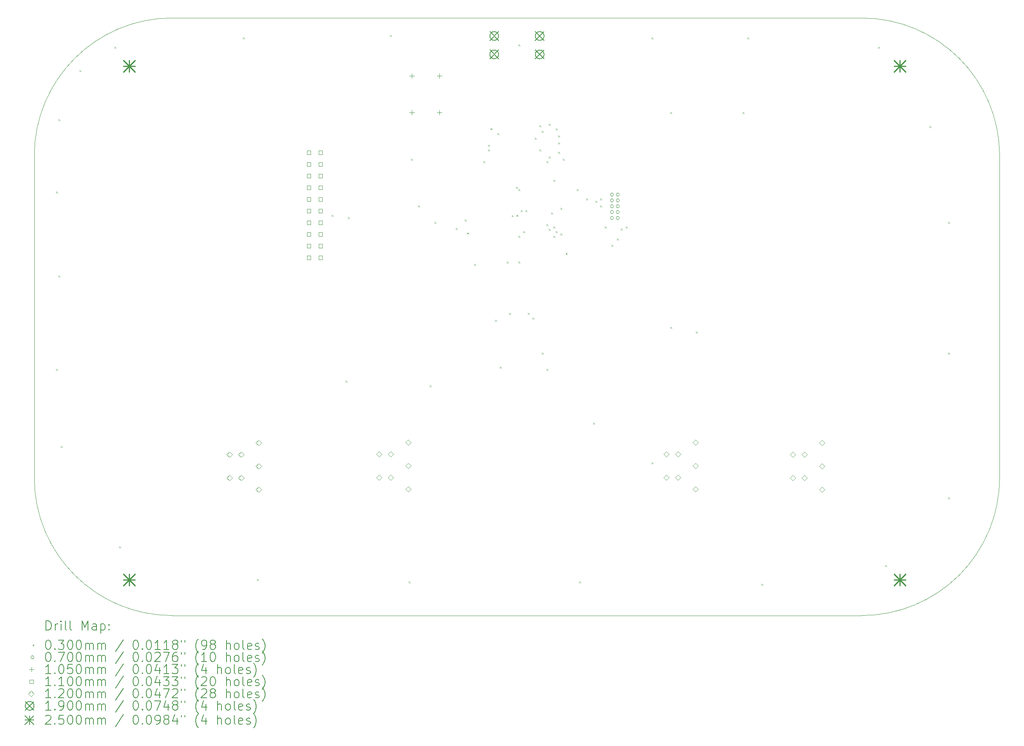
<source format=gbr>
%TF.GenerationSoftware,KiCad,Pcbnew,7.0.10*%
%TF.CreationDate,2024-01-21T00:46:00+00:00*%
%TF.ProjectId,buran,62757261-6e2e-46b6-9963-61645f706362,rev?*%
%TF.SameCoordinates,Original*%
%TF.FileFunction,Drillmap*%
%TF.FilePolarity,Positive*%
%FSLAX45Y45*%
G04 Gerber Fmt 4.5, Leading zero omitted, Abs format (unit mm)*
G04 Created by KiCad (PCBNEW 7.0.10) date 2024-01-21 00:46:00*
%MOMM*%
%LPD*%
G01*
G04 APERTURE LIST*
%ADD10C,0.100000*%
%ADD11C,0.200000*%
%ADD12C,0.105000*%
%ADD13C,0.110000*%
%ADD14C,0.120000*%
%ADD15C,0.190000*%
%ADD16C,0.250000*%
G04 APERTURE END LIST*
D10*
X2000000Y-12000000D02*
G75*
G03*
X5000000Y-15000000I3000000J0D01*
G01*
X5000000Y-2000000D02*
G75*
G03*
X2000000Y-5000000I0J-3000000D01*
G01*
X5000000Y-15000000D02*
X20000000Y-15000000D01*
X20000000Y-15000000D02*
G75*
G03*
X23000000Y-12000000I0J3000000D01*
G01*
X23000000Y-5000000D02*
G75*
G03*
X20000000Y-2000000I-3000000J0D01*
G01*
X2000000Y-12000000D02*
X2000000Y-5000000D01*
X23000000Y-5000000D02*
X23000000Y-12000000D01*
X5000000Y-2000000D02*
X20000000Y-2000000D01*
D11*
D10*
X2474200Y-5776200D02*
X2504200Y-5806200D01*
X2504200Y-5776200D02*
X2474200Y-5806200D01*
X2474200Y-9637000D02*
X2504200Y-9667000D01*
X2504200Y-9637000D02*
X2474200Y-9667000D01*
X2525000Y-4201400D02*
X2555000Y-4231400D01*
X2555000Y-4201400D02*
X2525000Y-4231400D01*
X2525000Y-7605000D02*
X2555000Y-7635000D01*
X2555000Y-7605000D02*
X2525000Y-7635000D01*
X2575800Y-11313400D02*
X2605800Y-11343400D01*
X2605800Y-11313400D02*
X2575800Y-11343400D01*
X2982200Y-3134600D02*
X3012200Y-3164600D01*
X3012200Y-3134600D02*
X2982200Y-3164600D01*
X3744200Y-2626600D02*
X3774200Y-2656600D01*
X3774200Y-2626600D02*
X3744200Y-2656600D01*
X3845800Y-13497800D02*
X3875800Y-13527800D01*
X3875800Y-13497800D02*
X3845800Y-13527800D01*
X6538200Y-2423400D02*
X6568200Y-2453400D01*
X6568200Y-2423400D02*
X6538200Y-2453400D01*
X6843000Y-14209000D02*
X6873000Y-14239000D01*
X6873000Y-14209000D02*
X6843000Y-14239000D01*
X8468600Y-6284200D02*
X8498600Y-6314200D01*
X8498600Y-6284200D02*
X8468600Y-6314200D01*
X8773400Y-9891000D02*
X8803400Y-9921000D01*
X8803400Y-9891000D02*
X8773400Y-9921000D01*
X8824200Y-6335000D02*
X8854200Y-6365000D01*
X8854200Y-6335000D02*
X8824200Y-6365000D01*
X9738600Y-2372600D02*
X9768600Y-2402600D01*
X9768600Y-2372600D02*
X9738600Y-2402600D01*
X10145000Y-14259800D02*
X10175000Y-14289800D01*
X10175000Y-14259800D02*
X10145000Y-14289800D01*
X10195800Y-5065000D02*
X10225800Y-5095000D01*
X10225800Y-5065000D02*
X10195800Y-5095000D01*
X10348200Y-6081000D02*
X10378200Y-6111000D01*
X10378200Y-6081000D02*
X10348200Y-6111000D01*
X10602200Y-9992600D02*
X10632200Y-10022600D01*
X10632200Y-9992600D02*
X10602200Y-10022600D01*
X10703800Y-6436600D02*
X10733800Y-6466600D01*
X10733800Y-6436600D02*
X10703800Y-6466600D01*
X11171784Y-6569727D02*
X11201784Y-6599727D01*
X11201784Y-6569727D02*
X11171784Y-6599727D01*
X11364200Y-6385800D02*
X11394200Y-6415800D01*
X11394200Y-6385800D02*
X11364200Y-6415800D01*
X11416731Y-6668098D02*
X11446731Y-6698098D01*
X11446731Y-6668098D02*
X11416731Y-6698098D01*
X11567400Y-7351000D02*
X11597400Y-7381000D01*
X11597400Y-7351000D02*
X11567400Y-7381000D01*
X11770600Y-5115800D02*
X11800600Y-5145800D01*
X11800600Y-5115800D02*
X11770600Y-5145800D01*
X11872200Y-4760200D02*
X11902200Y-4790200D01*
X11902200Y-4760200D02*
X11872200Y-4790200D01*
X11872200Y-4861800D02*
X11902200Y-4891800D01*
X11902200Y-4861800D02*
X11872200Y-4891800D01*
X11923000Y-4399950D02*
X11953000Y-4429950D01*
X11953000Y-4399950D02*
X11923000Y-4429950D01*
X12024450Y-8570200D02*
X12054450Y-8600200D01*
X12054450Y-8570200D02*
X12024450Y-8600200D01*
X12075400Y-4506200D02*
X12105400Y-4536200D01*
X12105400Y-4506200D02*
X12075400Y-4536200D01*
X12126200Y-9586200D02*
X12156200Y-9616200D01*
X12156200Y-9586200D02*
X12126200Y-9616200D01*
X12278600Y-7300200D02*
X12308600Y-7330200D01*
X12308600Y-7300200D02*
X12278600Y-7330200D01*
X12329400Y-8417800D02*
X12359400Y-8447800D01*
X12359400Y-8417800D02*
X12329400Y-8447800D01*
X12389484Y-6293484D02*
X12419484Y-6323484D01*
X12419484Y-6293484D02*
X12389484Y-6323484D01*
X12481193Y-5673993D02*
X12511193Y-5703993D01*
X12511193Y-5673993D02*
X12481193Y-5703993D01*
X12487584Y-6284200D02*
X12517584Y-6314200D01*
X12517584Y-6284200D02*
X12487584Y-6314200D01*
X12532600Y-2575800D02*
X12562600Y-2605800D01*
X12562600Y-2575800D02*
X12532600Y-2605800D01*
X12532600Y-5725400D02*
X12562600Y-5755400D01*
X12562600Y-5725400D02*
X12532600Y-5755400D01*
X12532600Y-6741400D02*
X12562600Y-6771400D01*
X12562600Y-6741400D02*
X12532600Y-6771400D01*
X12532600Y-7300200D02*
X12562600Y-7330200D01*
X12562600Y-7300200D02*
X12532600Y-7330200D01*
X12583400Y-6182600D02*
X12613400Y-6212600D01*
X12613400Y-6182600D02*
X12583400Y-6212600D01*
X12634200Y-6639800D02*
X12664200Y-6669800D01*
X12664200Y-6639800D02*
X12634200Y-6669800D01*
X12685000Y-6182600D02*
X12715000Y-6212600D01*
X12715000Y-6182600D02*
X12685000Y-6212600D01*
X12735800Y-8417800D02*
X12765800Y-8447800D01*
X12765800Y-8417800D02*
X12735800Y-8447800D01*
X12837400Y-8519400D02*
X12867400Y-8549400D01*
X12867400Y-8519400D02*
X12837400Y-8549400D01*
X12888200Y-4607800D02*
X12918200Y-4637800D01*
X12918200Y-4607800D02*
X12888200Y-4637800D01*
X12989800Y-4336550D02*
X13019800Y-4366550D01*
X13019800Y-4336550D02*
X12989800Y-4366550D01*
X12989800Y-4861800D02*
X13019800Y-4891800D01*
X13019800Y-4861800D02*
X12989800Y-4891800D01*
X13040600Y-4455400D02*
X13070600Y-4485400D01*
X13070600Y-4455400D02*
X13040600Y-4485400D01*
X13040600Y-9281400D02*
X13070600Y-9311400D01*
X13070600Y-9281400D02*
X13040600Y-9311400D01*
X13142200Y-5115800D02*
X13172200Y-5145800D01*
X13172200Y-5115800D02*
X13142200Y-5145800D01*
X13142200Y-6487400D02*
X13172200Y-6517400D01*
X13172200Y-6487400D02*
X13142200Y-6517400D01*
X13142200Y-9637000D02*
X13172200Y-9667000D01*
X13172200Y-9637000D02*
X13142200Y-9667000D01*
X13193000Y-4303000D02*
X13223000Y-4333000D01*
X13223000Y-4303000D02*
X13193000Y-4333000D01*
X13193000Y-5014200D02*
X13223000Y-5044200D01*
X13223000Y-5014200D02*
X13193000Y-5044200D01*
X13193000Y-6589000D02*
X13223000Y-6619000D01*
X13223000Y-6589000D02*
X13193000Y-6619000D01*
X13193000Y-6589000D02*
X13223000Y-6619000D01*
X13223000Y-6589000D02*
X13193000Y-6619000D01*
X13243800Y-6233400D02*
X13273800Y-6263400D01*
X13273800Y-6233400D02*
X13243800Y-6263400D01*
X13294600Y-5522200D02*
X13324600Y-5552200D01*
X13324600Y-5522200D02*
X13294600Y-5552200D01*
X13294600Y-6538200D02*
X13324600Y-6568200D01*
X13324600Y-6538200D02*
X13294600Y-6568200D01*
X13294600Y-6741400D02*
X13324600Y-6771400D01*
X13324600Y-6741400D02*
X13294600Y-6771400D01*
X13345400Y-4404600D02*
X13375400Y-4434600D01*
X13375400Y-4404600D02*
X13345400Y-4434600D01*
X13345400Y-6639800D02*
X13375400Y-6669800D01*
X13375400Y-6639800D02*
X13345400Y-6669800D01*
X13396200Y-4557000D02*
X13426200Y-4587000D01*
X13426200Y-4557000D02*
X13396200Y-4587000D01*
X13396200Y-4709400D02*
X13426200Y-4739400D01*
X13426200Y-4709400D02*
X13396200Y-4739400D01*
X13396200Y-4912600D02*
X13426200Y-4942600D01*
X13426200Y-4912600D02*
X13396200Y-4942600D01*
X13447000Y-6131800D02*
X13477000Y-6161800D01*
X13477000Y-6131800D02*
X13447000Y-6161800D01*
X13447000Y-6690600D02*
X13477000Y-6720600D01*
X13477000Y-6690600D02*
X13447000Y-6720600D01*
X13497800Y-5065000D02*
X13527800Y-5095000D01*
X13527800Y-5065000D02*
X13497800Y-5095000D01*
X13560763Y-7111929D02*
X13590763Y-7141929D01*
X13590763Y-7111929D02*
X13560763Y-7141929D01*
X13802600Y-5725400D02*
X13832600Y-5755400D01*
X13832600Y-5725400D02*
X13802600Y-5755400D01*
X13853400Y-14259800D02*
X13883400Y-14289800D01*
X13883400Y-14259800D02*
X13853400Y-14289800D01*
X14005800Y-5928600D02*
X14035800Y-5958600D01*
X14035800Y-5928600D02*
X14005800Y-5958600D01*
X14158200Y-10805400D02*
X14188200Y-10835400D01*
X14188200Y-10805400D02*
X14158200Y-10835400D01*
X14209000Y-5979400D02*
X14239000Y-6009400D01*
X14239000Y-5979400D02*
X14209000Y-6009400D01*
X14209000Y-5979400D02*
X14239000Y-6009400D01*
X14239000Y-5979400D02*
X14209000Y-6009400D01*
X14310600Y-5928600D02*
X14340600Y-5958600D01*
X14340600Y-5928600D02*
X14310600Y-5958600D01*
X14310600Y-5928600D02*
X14340600Y-5958600D01*
X14340600Y-5928600D02*
X14310600Y-5958600D01*
X14310600Y-6081000D02*
X14340600Y-6111000D01*
X14340600Y-6081000D02*
X14310600Y-6111000D01*
X14310600Y-6081000D02*
X14340600Y-6111000D01*
X14340600Y-6081000D02*
X14310600Y-6111000D01*
X14412200Y-6538200D02*
X14442200Y-6568200D01*
X14442200Y-6538200D02*
X14412200Y-6568200D01*
X14555316Y-6935316D02*
X14585316Y-6965316D01*
X14585316Y-6935316D02*
X14555316Y-6965316D01*
X14675484Y-6801484D02*
X14705484Y-6831484D01*
X14705484Y-6801484D02*
X14675484Y-6831484D01*
X14758516Y-6579716D02*
X14788516Y-6609716D01*
X14788516Y-6579716D02*
X14758516Y-6609716D01*
X14869400Y-6538200D02*
X14899400Y-6568200D01*
X14899400Y-6538200D02*
X14869400Y-6568200D01*
X15428200Y-2423400D02*
X15458200Y-2453400D01*
X15458200Y-2423400D02*
X15428200Y-2453400D01*
X15428200Y-11669000D02*
X15458200Y-11699000D01*
X15458200Y-11669000D02*
X15428200Y-11699000D01*
X15834600Y-4049000D02*
X15864600Y-4079000D01*
X15864600Y-4049000D02*
X15834600Y-4079000D01*
X15834600Y-8722600D02*
X15864600Y-8752600D01*
X15864600Y-8722600D02*
X15834600Y-8752600D01*
X16393400Y-8824200D02*
X16423400Y-8854200D01*
X16423400Y-8824200D02*
X16393400Y-8854200D01*
X17409400Y-4049000D02*
X17439400Y-4079000D01*
X17439400Y-4049000D02*
X17409400Y-4079000D01*
X17511000Y-2423400D02*
X17541000Y-2453400D01*
X17541000Y-2423400D02*
X17511000Y-2453400D01*
X17815800Y-14310600D02*
X17845800Y-14340600D01*
X17845800Y-14310600D02*
X17815800Y-14340600D01*
X20355800Y-2626600D02*
X20385800Y-2656600D01*
X20385800Y-2626600D02*
X20355800Y-2656600D01*
X20508200Y-13904200D02*
X20538200Y-13934200D01*
X20538200Y-13904200D02*
X20508200Y-13934200D01*
X21473400Y-4353800D02*
X21503400Y-4383800D01*
X21503400Y-4353800D02*
X21473400Y-4383800D01*
X21879800Y-6436600D02*
X21909800Y-6466600D01*
X21909800Y-6436600D02*
X21879800Y-6466600D01*
X21879800Y-9281400D02*
X21909800Y-9311400D01*
X21909800Y-9281400D02*
X21879800Y-9311400D01*
X21879800Y-12431000D02*
X21909800Y-12461000D01*
X21909800Y-12431000D02*
X21879800Y-12461000D01*
X14601900Y-5842000D02*
G75*
G03*
X14531900Y-5842000I-35000J0D01*
G01*
X14531900Y-5842000D02*
G75*
G03*
X14601900Y-5842000I35000J0D01*
G01*
X14601900Y-5969000D02*
G75*
G03*
X14531900Y-5969000I-35000J0D01*
G01*
X14531900Y-5969000D02*
G75*
G03*
X14601900Y-5969000I35000J0D01*
G01*
X14601900Y-6096000D02*
G75*
G03*
X14531900Y-6096000I-35000J0D01*
G01*
X14531900Y-6096000D02*
G75*
G03*
X14601900Y-6096000I35000J0D01*
G01*
X14601900Y-6223000D02*
G75*
G03*
X14531900Y-6223000I-35000J0D01*
G01*
X14531900Y-6223000D02*
G75*
G03*
X14601900Y-6223000I35000J0D01*
G01*
X14601900Y-6350000D02*
G75*
G03*
X14531900Y-6350000I-35000J0D01*
G01*
X14531900Y-6350000D02*
G75*
G03*
X14601900Y-6350000I35000J0D01*
G01*
X14728900Y-5842000D02*
G75*
G03*
X14658900Y-5842000I-35000J0D01*
G01*
X14658900Y-5842000D02*
G75*
G03*
X14728900Y-5842000I35000J0D01*
G01*
X14728900Y-5969000D02*
G75*
G03*
X14658900Y-5969000I-35000J0D01*
G01*
X14658900Y-5969000D02*
G75*
G03*
X14728900Y-5969000I35000J0D01*
G01*
X14728900Y-6096000D02*
G75*
G03*
X14658900Y-6096000I-35000J0D01*
G01*
X14658900Y-6096000D02*
G75*
G03*
X14728900Y-6096000I35000J0D01*
G01*
X14728900Y-6223000D02*
G75*
G03*
X14658900Y-6223000I-35000J0D01*
G01*
X14658900Y-6223000D02*
G75*
G03*
X14728900Y-6223000I35000J0D01*
G01*
X14728900Y-6350000D02*
G75*
G03*
X14658900Y-6350000I-35000J0D01*
G01*
X14658900Y-6350000D02*
G75*
G03*
X14728900Y-6350000I35000J0D01*
G01*
D12*
X10215600Y-3205100D02*
X10215600Y-3310100D01*
X10163100Y-3257600D02*
X10268100Y-3257600D01*
X10215600Y-4005100D02*
X10215600Y-4110100D01*
X10163100Y-4057600D02*
X10268100Y-4057600D01*
X10815600Y-3205100D02*
X10815600Y-3310100D01*
X10763100Y-3257600D02*
X10868100Y-3257600D01*
X10815600Y-4005100D02*
X10815600Y-4110100D01*
X10763100Y-4057600D02*
X10868100Y-4057600D01*
D13*
X8014491Y-4966491D02*
X8014491Y-4888709D01*
X7936709Y-4888709D01*
X7936709Y-4966491D01*
X8014491Y-4966491D01*
X8014491Y-5220491D02*
X8014491Y-5142709D01*
X7936709Y-5142709D01*
X7936709Y-5220491D01*
X8014491Y-5220491D01*
X8014491Y-5474491D02*
X8014491Y-5396709D01*
X7936709Y-5396709D01*
X7936709Y-5474491D01*
X8014491Y-5474491D01*
X8014491Y-5728491D02*
X8014491Y-5650709D01*
X7936709Y-5650709D01*
X7936709Y-5728491D01*
X8014491Y-5728491D01*
X8014491Y-5982491D02*
X8014491Y-5904709D01*
X7936709Y-5904709D01*
X7936709Y-5982491D01*
X8014491Y-5982491D01*
X8014491Y-6236491D02*
X8014491Y-6158709D01*
X7936709Y-6158709D01*
X7936709Y-6236491D01*
X8014491Y-6236491D01*
X8014491Y-6490491D02*
X8014491Y-6412709D01*
X7936709Y-6412709D01*
X7936709Y-6490491D01*
X8014491Y-6490491D01*
X8014491Y-6744491D02*
X8014491Y-6666709D01*
X7936709Y-6666709D01*
X7936709Y-6744491D01*
X8014491Y-6744491D01*
X8014491Y-6998491D02*
X8014491Y-6920709D01*
X7936709Y-6920709D01*
X7936709Y-6998491D01*
X8014491Y-6998491D01*
X8014491Y-7252491D02*
X8014491Y-7174709D01*
X7936709Y-7174709D01*
X7936709Y-7252491D01*
X8014491Y-7252491D01*
X8268491Y-4966491D02*
X8268491Y-4888709D01*
X8190709Y-4888709D01*
X8190709Y-4966491D01*
X8268491Y-4966491D01*
X8268491Y-5220491D02*
X8268491Y-5142709D01*
X8190709Y-5142709D01*
X8190709Y-5220491D01*
X8268491Y-5220491D01*
X8268491Y-5474491D02*
X8268491Y-5396709D01*
X8190709Y-5396709D01*
X8190709Y-5474491D01*
X8268491Y-5474491D01*
X8268491Y-5728491D02*
X8268491Y-5650709D01*
X8190709Y-5650709D01*
X8190709Y-5728491D01*
X8268491Y-5728491D01*
X8268491Y-5982491D02*
X8268491Y-5904709D01*
X8190709Y-5904709D01*
X8190709Y-5982491D01*
X8268491Y-5982491D01*
X8268491Y-6236491D02*
X8268491Y-6158709D01*
X8190709Y-6158709D01*
X8190709Y-6236491D01*
X8268491Y-6236491D01*
X8268491Y-6490491D02*
X8268491Y-6412709D01*
X8190709Y-6412709D01*
X8190709Y-6490491D01*
X8268491Y-6490491D01*
X8268491Y-6744491D02*
X8268491Y-6666709D01*
X8190709Y-6666709D01*
X8190709Y-6744491D01*
X8268491Y-6744491D01*
X8268491Y-6998491D02*
X8268491Y-6920709D01*
X8190709Y-6920709D01*
X8190709Y-6998491D01*
X8268491Y-6998491D01*
X8268491Y-7252491D02*
X8268491Y-7174709D01*
X8190709Y-7174709D01*
X8190709Y-7252491D01*
X8268491Y-7252491D01*
D14*
X6246000Y-11560000D02*
X6306000Y-11500000D01*
X6246000Y-11440000D01*
X6186000Y-11500000D01*
X6246000Y-11560000D01*
X6246000Y-12068000D02*
X6306000Y-12008000D01*
X6246000Y-11948000D01*
X6186000Y-12008000D01*
X6246000Y-12068000D01*
X6500000Y-11560000D02*
X6560000Y-11500000D01*
X6500000Y-11440000D01*
X6440000Y-11500000D01*
X6500000Y-11560000D01*
X6500000Y-12068000D02*
X6560000Y-12008000D01*
X6500000Y-11948000D01*
X6440000Y-12008000D01*
X6500000Y-12068000D01*
X6881000Y-11306000D02*
X6941000Y-11246000D01*
X6881000Y-11186000D01*
X6821000Y-11246000D01*
X6881000Y-11306000D01*
X6881000Y-11814000D02*
X6941000Y-11754000D01*
X6881000Y-11694000D01*
X6821000Y-11754000D01*
X6881000Y-11814000D01*
X6881000Y-12322000D02*
X6941000Y-12262000D01*
X6881000Y-12202000D01*
X6821000Y-12262000D01*
X6881000Y-12322000D01*
X9500000Y-11552000D02*
X9560000Y-11492000D01*
X9500000Y-11432000D01*
X9440000Y-11492000D01*
X9500000Y-11552000D01*
X9500000Y-12060000D02*
X9560000Y-12000000D01*
X9500000Y-11940000D01*
X9440000Y-12000000D01*
X9500000Y-12060000D01*
X9754000Y-11552000D02*
X9814000Y-11492000D01*
X9754000Y-11432000D01*
X9694000Y-11492000D01*
X9754000Y-11552000D01*
X9754000Y-12060000D02*
X9814000Y-12000000D01*
X9754000Y-11940000D01*
X9694000Y-12000000D01*
X9754000Y-12060000D01*
X10135000Y-11298000D02*
X10195000Y-11238000D01*
X10135000Y-11178000D01*
X10075000Y-11238000D01*
X10135000Y-11298000D01*
X10135000Y-11806000D02*
X10195000Y-11746000D01*
X10135000Y-11686000D01*
X10075000Y-11746000D01*
X10135000Y-11806000D01*
X10135000Y-12314000D02*
X10195000Y-12254000D01*
X10135000Y-12194000D01*
X10075000Y-12254000D01*
X10135000Y-12314000D01*
X15746000Y-11552000D02*
X15806000Y-11492000D01*
X15746000Y-11432000D01*
X15686000Y-11492000D01*
X15746000Y-11552000D01*
X15746000Y-12060000D02*
X15806000Y-12000000D01*
X15746000Y-11940000D01*
X15686000Y-12000000D01*
X15746000Y-12060000D01*
X16000000Y-11552000D02*
X16060000Y-11492000D01*
X16000000Y-11432000D01*
X15940000Y-11492000D01*
X16000000Y-11552000D01*
X16000000Y-12060000D02*
X16060000Y-12000000D01*
X16000000Y-11940000D01*
X15940000Y-12000000D01*
X16000000Y-12060000D01*
X16381000Y-11298000D02*
X16441000Y-11238000D01*
X16381000Y-11178000D01*
X16321000Y-11238000D01*
X16381000Y-11298000D01*
X16381000Y-11806000D02*
X16441000Y-11746000D01*
X16381000Y-11686000D01*
X16321000Y-11746000D01*
X16381000Y-11806000D01*
X16381000Y-12314000D02*
X16441000Y-12254000D01*
X16381000Y-12194000D01*
X16321000Y-12254000D01*
X16381000Y-12314000D01*
X18500000Y-11560000D02*
X18560000Y-11500000D01*
X18500000Y-11440000D01*
X18440000Y-11500000D01*
X18500000Y-11560000D01*
X18500000Y-12068000D02*
X18560000Y-12008000D01*
X18500000Y-11948000D01*
X18440000Y-12008000D01*
X18500000Y-12068000D01*
X18754000Y-11560000D02*
X18814000Y-11500000D01*
X18754000Y-11440000D01*
X18694000Y-11500000D01*
X18754000Y-11560000D01*
X18754000Y-12068000D02*
X18814000Y-12008000D01*
X18754000Y-11948000D01*
X18694000Y-12008000D01*
X18754000Y-12068000D01*
X19135000Y-11306000D02*
X19195000Y-11246000D01*
X19135000Y-11186000D01*
X19075000Y-11246000D01*
X19135000Y-11306000D01*
X19135000Y-11814000D02*
X19195000Y-11754000D01*
X19135000Y-11694000D01*
X19075000Y-11754000D01*
X19135000Y-11814000D01*
X19135000Y-12322000D02*
X19195000Y-12262000D01*
X19135000Y-12202000D01*
X19075000Y-12262000D01*
X19135000Y-12322000D01*
D15*
X11910000Y-2296500D02*
X12100000Y-2486500D01*
X12100000Y-2296500D02*
X11910000Y-2486500D01*
X12100000Y-2391500D02*
G75*
G03*
X11910000Y-2391500I-95000J0D01*
G01*
X11910000Y-2391500D02*
G75*
G03*
X12100000Y-2391500I95000J0D01*
G01*
X11910000Y-2696500D02*
X12100000Y-2886500D01*
X12100000Y-2696500D02*
X11910000Y-2886500D01*
X12100000Y-2791500D02*
G75*
G03*
X11910000Y-2791500I-95000J0D01*
G01*
X11910000Y-2791500D02*
G75*
G03*
X12100000Y-2791500I95000J0D01*
G01*
X12900000Y-2296500D02*
X13090000Y-2486500D01*
X13090000Y-2296500D02*
X12900000Y-2486500D01*
X13090000Y-2391500D02*
G75*
G03*
X12900000Y-2391500I-95000J0D01*
G01*
X12900000Y-2391500D02*
G75*
G03*
X13090000Y-2391500I95000J0D01*
G01*
X12900000Y-2696500D02*
X13090000Y-2886500D01*
X13090000Y-2696500D02*
X12900000Y-2886500D01*
X13090000Y-2791500D02*
G75*
G03*
X12900000Y-2791500I-95000J0D01*
G01*
X12900000Y-2791500D02*
G75*
G03*
X13090000Y-2791500I95000J0D01*
G01*
D16*
X3939000Y-2923000D02*
X4189000Y-3173000D01*
X4189000Y-2923000D02*
X3939000Y-3173000D01*
X4064000Y-2923000D02*
X4064000Y-3173000D01*
X3939000Y-3048000D02*
X4189000Y-3048000D01*
X3939000Y-14099000D02*
X4189000Y-14349000D01*
X4189000Y-14099000D02*
X3939000Y-14349000D01*
X4064000Y-14099000D02*
X4064000Y-14349000D01*
X3939000Y-14224000D02*
X4189000Y-14224000D01*
X20703000Y-2923000D02*
X20953000Y-3173000D01*
X20953000Y-2923000D02*
X20703000Y-3173000D01*
X20828000Y-2923000D02*
X20828000Y-3173000D01*
X20703000Y-3048000D02*
X20953000Y-3048000D01*
X20703000Y-14099000D02*
X20953000Y-14349000D01*
X20953000Y-14099000D02*
X20703000Y-14349000D01*
X20828000Y-14099000D02*
X20828000Y-14349000D01*
X20703000Y-14224000D02*
X20953000Y-14224000D01*
D11*
X2255777Y-15316484D02*
X2255777Y-15116484D01*
X2255777Y-15116484D02*
X2303396Y-15116484D01*
X2303396Y-15116484D02*
X2331967Y-15126008D01*
X2331967Y-15126008D02*
X2351015Y-15145055D01*
X2351015Y-15145055D02*
X2360539Y-15164103D01*
X2360539Y-15164103D02*
X2370063Y-15202198D01*
X2370063Y-15202198D02*
X2370063Y-15230769D01*
X2370063Y-15230769D02*
X2360539Y-15268865D01*
X2360539Y-15268865D02*
X2351015Y-15287912D01*
X2351015Y-15287912D02*
X2331967Y-15306960D01*
X2331967Y-15306960D02*
X2303396Y-15316484D01*
X2303396Y-15316484D02*
X2255777Y-15316484D01*
X2455777Y-15316484D02*
X2455777Y-15183150D01*
X2455777Y-15221246D02*
X2465301Y-15202198D01*
X2465301Y-15202198D02*
X2474824Y-15192674D01*
X2474824Y-15192674D02*
X2493872Y-15183150D01*
X2493872Y-15183150D02*
X2512920Y-15183150D01*
X2579586Y-15316484D02*
X2579586Y-15183150D01*
X2579586Y-15116484D02*
X2570063Y-15126008D01*
X2570063Y-15126008D02*
X2579586Y-15135531D01*
X2579586Y-15135531D02*
X2589110Y-15126008D01*
X2589110Y-15126008D02*
X2579586Y-15116484D01*
X2579586Y-15116484D02*
X2579586Y-15135531D01*
X2703396Y-15316484D02*
X2684348Y-15306960D01*
X2684348Y-15306960D02*
X2674824Y-15287912D01*
X2674824Y-15287912D02*
X2674824Y-15116484D01*
X2808158Y-15316484D02*
X2789110Y-15306960D01*
X2789110Y-15306960D02*
X2779586Y-15287912D01*
X2779586Y-15287912D02*
X2779586Y-15116484D01*
X3036729Y-15316484D02*
X3036729Y-15116484D01*
X3036729Y-15116484D02*
X3103396Y-15259341D01*
X3103396Y-15259341D02*
X3170062Y-15116484D01*
X3170062Y-15116484D02*
X3170062Y-15316484D01*
X3351015Y-15316484D02*
X3351015Y-15211722D01*
X3351015Y-15211722D02*
X3341491Y-15192674D01*
X3341491Y-15192674D02*
X3322443Y-15183150D01*
X3322443Y-15183150D02*
X3284348Y-15183150D01*
X3284348Y-15183150D02*
X3265301Y-15192674D01*
X3351015Y-15306960D02*
X3331967Y-15316484D01*
X3331967Y-15316484D02*
X3284348Y-15316484D01*
X3284348Y-15316484D02*
X3265301Y-15306960D01*
X3265301Y-15306960D02*
X3255777Y-15287912D01*
X3255777Y-15287912D02*
X3255777Y-15268865D01*
X3255777Y-15268865D02*
X3265301Y-15249817D01*
X3265301Y-15249817D02*
X3284348Y-15240293D01*
X3284348Y-15240293D02*
X3331967Y-15240293D01*
X3331967Y-15240293D02*
X3351015Y-15230769D01*
X3446253Y-15183150D02*
X3446253Y-15383150D01*
X3446253Y-15192674D02*
X3465301Y-15183150D01*
X3465301Y-15183150D02*
X3503396Y-15183150D01*
X3503396Y-15183150D02*
X3522443Y-15192674D01*
X3522443Y-15192674D02*
X3531967Y-15202198D01*
X3531967Y-15202198D02*
X3541491Y-15221246D01*
X3541491Y-15221246D02*
X3541491Y-15278388D01*
X3541491Y-15278388D02*
X3531967Y-15297436D01*
X3531967Y-15297436D02*
X3522443Y-15306960D01*
X3522443Y-15306960D02*
X3503396Y-15316484D01*
X3503396Y-15316484D02*
X3465301Y-15316484D01*
X3465301Y-15316484D02*
X3446253Y-15306960D01*
X3627205Y-15297436D02*
X3636729Y-15306960D01*
X3636729Y-15306960D02*
X3627205Y-15316484D01*
X3627205Y-15316484D02*
X3617682Y-15306960D01*
X3617682Y-15306960D02*
X3627205Y-15297436D01*
X3627205Y-15297436D02*
X3627205Y-15316484D01*
X3627205Y-15192674D02*
X3636729Y-15202198D01*
X3636729Y-15202198D02*
X3627205Y-15211722D01*
X3627205Y-15211722D02*
X3617682Y-15202198D01*
X3617682Y-15202198D02*
X3627205Y-15192674D01*
X3627205Y-15192674D02*
X3627205Y-15211722D01*
D10*
X1965000Y-15630000D02*
X1995000Y-15660000D01*
X1995000Y-15630000D02*
X1965000Y-15660000D01*
D11*
X2293872Y-15536484D02*
X2312920Y-15536484D01*
X2312920Y-15536484D02*
X2331967Y-15546008D01*
X2331967Y-15546008D02*
X2341491Y-15555531D01*
X2341491Y-15555531D02*
X2351015Y-15574579D01*
X2351015Y-15574579D02*
X2360539Y-15612674D01*
X2360539Y-15612674D02*
X2360539Y-15660293D01*
X2360539Y-15660293D02*
X2351015Y-15698388D01*
X2351015Y-15698388D02*
X2341491Y-15717436D01*
X2341491Y-15717436D02*
X2331967Y-15726960D01*
X2331967Y-15726960D02*
X2312920Y-15736484D01*
X2312920Y-15736484D02*
X2293872Y-15736484D01*
X2293872Y-15736484D02*
X2274824Y-15726960D01*
X2274824Y-15726960D02*
X2265301Y-15717436D01*
X2265301Y-15717436D02*
X2255777Y-15698388D01*
X2255777Y-15698388D02*
X2246253Y-15660293D01*
X2246253Y-15660293D02*
X2246253Y-15612674D01*
X2246253Y-15612674D02*
X2255777Y-15574579D01*
X2255777Y-15574579D02*
X2265301Y-15555531D01*
X2265301Y-15555531D02*
X2274824Y-15546008D01*
X2274824Y-15546008D02*
X2293872Y-15536484D01*
X2446253Y-15717436D02*
X2455777Y-15726960D01*
X2455777Y-15726960D02*
X2446253Y-15736484D01*
X2446253Y-15736484D02*
X2436729Y-15726960D01*
X2436729Y-15726960D02*
X2446253Y-15717436D01*
X2446253Y-15717436D02*
X2446253Y-15736484D01*
X2522444Y-15536484D02*
X2646253Y-15536484D01*
X2646253Y-15536484D02*
X2579586Y-15612674D01*
X2579586Y-15612674D02*
X2608158Y-15612674D01*
X2608158Y-15612674D02*
X2627205Y-15622198D01*
X2627205Y-15622198D02*
X2636729Y-15631722D01*
X2636729Y-15631722D02*
X2646253Y-15650769D01*
X2646253Y-15650769D02*
X2646253Y-15698388D01*
X2646253Y-15698388D02*
X2636729Y-15717436D01*
X2636729Y-15717436D02*
X2627205Y-15726960D01*
X2627205Y-15726960D02*
X2608158Y-15736484D01*
X2608158Y-15736484D02*
X2551015Y-15736484D01*
X2551015Y-15736484D02*
X2531967Y-15726960D01*
X2531967Y-15726960D02*
X2522444Y-15717436D01*
X2770063Y-15536484D02*
X2789110Y-15536484D01*
X2789110Y-15536484D02*
X2808158Y-15546008D01*
X2808158Y-15546008D02*
X2817682Y-15555531D01*
X2817682Y-15555531D02*
X2827205Y-15574579D01*
X2827205Y-15574579D02*
X2836729Y-15612674D01*
X2836729Y-15612674D02*
X2836729Y-15660293D01*
X2836729Y-15660293D02*
X2827205Y-15698388D01*
X2827205Y-15698388D02*
X2817682Y-15717436D01*
X2817682Y-15717436D02*
X2808158Y-15726960D01*
X2808158Y-15726960D02*
X2789110Y-15736484D01*
X2789110Y-15736484D02*
X2770063Y-15736484D01*
X2770063Y-15736484D02*
X2751015Y-15726960D01*
X2751015Y-15726960D02*
X2741491Y-15717436D01*
X2741491Y-15717436D02*
X2731967Y-15698388D01*
X2731967Y-15698388D02*
X2722444Y-15660293D01*
X2722444Y-15660293D02*
X2722444Y-15612674D01*
X2722444Y-15612674D02*
X2731967Y-15574579D01*
X2731967Y-15574579D02*
X2741491Y-15555531D01*
X2741491Y-15555531D02*
X2751015Y-15546008D01*
X2751015Y-15546008D02*
X2770063Y-15536484D01*
X2960539Y-15536484D02*
X2979586Y-15536484D01*
X2979586Y-15536484D02*
X2998634Y-15546008D01*
X2998634Y-15546008D02*
X3008158Y-15555531D01*
X3008158Y-15555531D02*
X3017682Y-15574579D01*
X3017682Y-15574579D02*
X3027205Y-15612674D01*
X3027205Y-15612674D02*
X3027205Y-15660293D01*
X3027205Y-15660293D02*
X3017682Y-15698388D01*
X3017682Y-15698388D02*
X3008158Y-15717436D01*
X3008158Y-15717436D02*
X2998634Y-15726960D01*
X2998634Y-15726960D02*
X2979586Y-15736484D01*
X2979586Y-15736484D02*
X2960539Y-15736484D01*
X2960539Y-15736484D02*
X2941491Y-15726960D01*
X2941491Y-15726960D02*
X2931967Y-15717436D01*
X2931967Y-15717436D02*
X2922443Y-15698388D01*
X2922443Y-15698388D02*
X2912920Y-15660293D01*
X2912920Y-15660293D02*
X2912920Y-15612674D01*
X2912920Y-15612674D02*
X2922443Y-15574579D01*
X2922443Y-15574579D02*
X2931967Y-15555531D01*
X2931967Y-15555531D02*
X2941491Y-15546008D01*
X2941491Y-15546008D02*
X2960539Y-15536484D01*
X3112920Y-15736484D02*
X3112920Y-15603150D01*
X3112920Y-15622198D02*
X3122443Y-15612674D01*
X3122443Y-15612674D02*
X3141491Y-15603150D01*
X3141491Y-15603150D02*
X3170063Y-15603150D01*
X3170063Y-15603150D02*
X3189110Y-15612674D01*
X3189110Y-15612674D02*
X3198634Y-15631722D01*
X3198634Y-15631722D02*
X3198634Y-15736484D01*
X3198634Y-15631722D02*
X3208158Y-15612674D01*
X3208158Y-15612674D02*
X3227205Y-15603150D01*
X3227205Y-15603150D02*
X3255777Y-15603150D01*
X3255777Y-15603150D02*
X3274824Y-15612674D01*
X3274824Y-15612674D02*
X3284348Y-15631722D01*
X3284348Y-15631722D02*
X3284348Y-15736484D01*
X3379586Y-15736484D02*
X3379586Y-15603150D01*
X3379586Y-15622198D02*
X3389110Y-15612674D01*
X3389110Y-15612674D02*
X3408158Y-15603150D01*
X3408158Y-15603150D02*
X3436729Y-15603150D01*
X3436729Y-15603150D02*
X3455777Y-15612674D01*
X3455777Y-15612674D02*
X3465301Y-15631722D01*
X3465301Y-15631722D02*
X3465301Y-15736484D01*
X3465301Y-15631722D02*
X3474824Y-15612674D01*
X3474824Y-15612674D02*
X3493872Y-15603150D01*
X3493872Y-15603150D02*
X3522443Y-15603150D01*
X3522443Y-15603150D02*
X3541491Y-15612674D01*
X3541491Y-15612674D02*
X3551015Y-15631722D01*
X3551015Y-15631722D02*
X3551015Y-15736484D01*
X3941491Y-15526960D02*
X3770063Y-15784103D01*
X4198634Y-15536484D02*
X4217682Y-15536484D01*
X4217682Y-15536484D02*
X4236729Y-15546008D01*
X4236729Y-15546008D02*
X4246253Y-15555531D01*
X4246253Y-15555531D02*
X4255777Y-15574579D01*
X4255777Y-15574579D02*
X4265301Y-15612674D01*
X4265301Y-15612674D02*
X4265301Y-15660293D01*
X4265301Y-15660293D02*
X4255777Y-15698388D01*
X4255777Y-15698388D02*
X4246253Y-15717436D01*
X4246253Y-15717436D02*
X4236729Y-15726960D01*
X4236729Y-15726960D02*
X4217682Y-15736484D01*
X4217682Y-15736484D02*
X4198634Y-15736484D01*
X4198634Y-15736484D02*
X4179586Y-15726960D01*
X4179586Y-15726960D02*
X4170063Y-15717436D01*
X4170063Y-15717436D02*
X4160539Y-15698388D01*
X4160539Y-15698388D02*
X4151015Y-15660293D01*
X4151015Y-15660293D02*
X4151015Y-15612674D01*
X4151015Y-15612674D02*
X4160539Y-15574579D01*
X4160539Y-15574579D02*
X4170063Y-15555531D01*
X4170063Y-15555531D02*
X4179586Y-15546008D01*
X4179586Y-15546008D02*
X4198634Y-15536484D01*
X4351015Y-15717436D02*
X4360539Y-15726960D01*
X4360539Y-15726960D02*
X4351015Y-15736484D01*
X4351015Y-15736484D02*
X4341491Y-15726960D01*
X4341491Y-15726960D02*
X4351015Y-15717436D01*
X4351015Y-15717436D02*
X4351015Y-15736484D01*
X4484348Y-15536484D02*
X4503396Y-15536484D01*
X4503396Y-15536484D02*
X4522444Y-15546008D01*
X4522444Y-15546008D02*
X4531968Y-15555531D01*
X4531968Y-15555531D02*
X4541491Y-15574579D01*
X4541491Y-15574579D02*
X4551015Y-15612674D01*
X4551015Y-15612674D02*
X4551015Y-15660293D01*
X4551015Y-15660293D02*
X4541491Y-15698388D01*
X4541491Y-15698388D02*
X4531968Y-15717436D01*
X4531968Y-15717436D02*
X4522444Y-15726960D01*
X4522444Y-15726960D02*
X4503396Y-15736484D01*
X4503396Y-15736484D02*
X4484348Y-15736484D01*
X4484348Y-15736484D02*
X4465301Y-15726960D01*
X4465301Y-15726960D02*
X4455777Y-15717436D01*
X4455777Y-15717436D02*
X4446253Y-15698388D01*
X4446253Y-15698388D02*
X4436729Y-15660293D01*
X4436729Y-15660293D02*
X4436729Y-15612674D01*
X4436729Y-15612674D02*
X4446253Y-15574579D01*
X4446253Y-15574579D02*
X4455777Y-15555531D01*
X4455777Y-15555531D02*
X4465301Y-15546008D01*
X4465301Y-15546008D02*
X4484348Y-15536484D01*
X4741491Y-15736484D02*
X4627206Y-15736484D01*
X4684348Y-15736484D02*
X4684348Y-15536484D01*
X4684348Y-15536484D02*
X4665301Y-15565055D01*
X4665301Y-15565055D02*
X4646253Y-15584103D01*
X4646253Y-15584103D02*
X4627206Y-15593627D01*
X4931968Y-15736484D02*
X4817682Y-15736484D01*
X4874825Y-15736484D02*
X4874825Y-15536484D01*
X4874825Y-15536484D02*
X4855777Y-15565055D01*
X4855777Y-15565055D02*
X4836729Y-15584103D01*
X4836729Y-15584103D02*
X4817682Y-15593627D01*
X5046253Y-15622198D02*
X5027206Y-15612674D01*
X5027206Y-15612674D02*
X5017682Y-15603150D01*
X5017682Y-15603150D02*
X5008158Y-15584103D01*
X5008158Y-15584103D02*
X5008158Y-15574579D01*
X5008158Y-15574579D02*
X5017682Y-15555531D01*
X5017682Y-15555531D02*
X5027206Y-15546008D01*
X5027206Y-15546008D02*
X5046253Y-15536484D01*
X5046253Y-15536484D02*
X5084349Y-15536484D01*
X5084349Y-15536484D02*
X5103396Y-15546008D01*
X5103396Y-15546008D02*
X5112920Y-15555531D01*
X5112920Y-15555531D02*
X5122444Y-15574579D01*
X5122444Y-15574579D02*
X5122444Y-15584103D01*
X5122444Y-15584103D02*
X5112920Y-15603150D01*
X5112920Y-15603150D02*
X5103396Y-15612674D01*
X5103396Y-15612674D02*
X5084349Y-15622198D01*
X5084349Y-15622198D02*
X5046253Y-15622198D01*
X5046253Y-15622198D02*
X5027206Y-15631722D01*
X5027206Y-15631722D02*
X5017682Y-15641246D01*
X5017682Y-15641246D02*
X5008158Y-15660293D01*
X5008158Y-15660293D02*
X5008158Y-15698388D01*
X5008158Y-15698388D02*
X5017682Y-15717436D01*
X5017682Y-15717436D02*
X5027206Y-15726960D01*
X5027206Y-15726960D02*
X5046253Y-15736484D01*
X5046253Y-15736484D02*
X5084349Y-15736484D01*
X5084349Y-15736484D02*
X5103396Y-15726960D01*
X5103396Y-15726960D02*
X5112920Y-15717436D01*
X5112920Y-15717436D02*
X5122444Y-15698388D01*
X5122444Y-15698388D02*
X5122444Y-15660293D01*
X5122444Y-15660293D02*
X5112920Y-15641246D01*
X5112920Y-15641246D02*
X5103396Y-15631722D01*
X5103396Y-15631722D02*
X5084349Y-15622198D01*
X5198634Y-15536484D02*
X5198634Y-15574579D01*
X5274825Y-15536484D02*
X5274825Y-15574579D01*
X5570063Y-15812674D02*
X5560539Y-15803150D01*
X5560539Y-15803150D02*
X5541491Y-15774579D01*
X5541491Y-15774579D02*
X5531968Y-15755531D01*
X5531968Y-15755531D02*
X5522444Y-15726960D01*
X5522444Y-15726960D02*
X5512920Y-15679341D01*
X5512920Y-15679341D02*
X5512920Y-15641246D01*
X5512920Y-15641246D02*
X5522444Y-15593627D01*
X5522444Y-15593627D02*
X5531968Y-15565055D01*
X5531968Y-15565055D02*
X5541491Y-15546008D01*
X5541491Y-15546008D02*
X5560539Y-15517436D01*
X5560539Y-15517436D02*
X5570063Y-15507912D01*
X5655777Y-15736484D02*
X5693872Y-15736484D01*
X5693872Y-15736484D02*
X5712920Y-15726960D01*
X5712920Y-15726960D02*
X5722444Y-15717436D01*
X5722444Y-15717436D02*
X5741491Y-15688865D01*
X5741491Y-15688865D02*
X5751015Y-15650769D01*
X5751015Y-15650769D02*
X5751015Y-15574579D01*
X5751015Y-15574579D02*
X5741491Y-15555531D01*
X5741491Y-15555531D02*
X5731968Y-15546008D01*
X5731968Y-15546008D02*
X5712920Y-15536484D01*
X5712920Y-15536484D02*
X5674825Y-15536484D01*
X5674825Y-15536484D02*
X5655777Y-15546008D01*
X5655777Y-15546008D02*
X5646253Y-15555531D01*
X5646253Y-15555531D02*
X5636729Y-15574579D01*
X5636729Y-15574579D02*
X5636729Y-15622198D01*
X5636729Y-15622198D02*
X5646253Y-15641246D01*
X5646253Y-15641246D02*
X5655777Y-15650769D01*
X5655777Y-15650769D02*
X5674825Y-15660293D01*
X5674825Y-15660293D02*
X5712920Y-15660293D01*
X5712920Y-15660293D02*
X5731968Y-15650769D01*
X5731968Y-15650769D02*
X5741491Y-15641246D01*
X5741491Y-15641246D02*
X5751015Y-15622198D01*
X5865301Y-15622198D02*
X5846253Y-15612674D01*
X5846253Y-15612674D02*
X5836729Y-15603150D01*
X5836729Y-15603150D02*
X5827206Y-15584103D01*
X5827206Y-15584103D02*
X5827206Y-15574579D01*
X5827206Y-15574579D02*
X5836729Y-15555531D01*
X5836729Y-15555531D02*
X5846253Y-15546008D01*
X5846253Y-15546008D02*
X5865301Y-15536484D01*
X5865301Y-15536484D02*
X5903396Y-15536484D01*
X5903396Y-15536484D02*
X5922444Y-15546008D01*
X5922444Y-15546008D02*
X5931968Y-15555531D01*
X5931968Y-15555531D02*
X5941491Y-15574579D01*
X5941491Y-15574579D02*
X5941491Y-15584103D01*
X5941491Y-15584103D02*
X5931968Y-15603150D01*
X5931968Y-15603150D02*
X5922444Y-15612674D01*
X5922444Y-15612674D02*
X5903396Y-15622198D01*
X5903396Y-15622198D02*
X5865301Y-15622198D01*
X5865301Y-15622198D02*
X5846253Y-15631722D01*
X5846253Y-15631722D02*
X5836729Y-15641246D01*
X5836729Y-15641246D02*
X5827206Y-15660293D01*
X5827206Y-15660293D02*
X5827206Y-15698388D01*
X5827206Y-15698388D02*
X5836729Y-15717436D01*
X5836729Y-15717436D02*
X5846253Y-15726960D01*
X5846253Y-15726960D02*
X5865301Y-15736484D01*
X5865301Y-15736484D02*
X5903396Y-15736484D01*
X5903396Y-15736484D02*
X5922444Y-15726960D01*
X5922444Y-15726960D02*
X5931968Y-15717436D01*
X5931968Y-15717436D02*
X5941491Y-15698388D01*
X5941491Y-15698388D02*
X5941491Y-15660293D01*
X5941491Y-15660293D02*
X5931968Y-15641246D01*
X5931968Y-15641246D02*
X5922444Y-15631722D01*
X5922444Y-15631722D02*
X5903396Y-15622198D01*
X6179587Y-15736484D02*
X6179587Y-15536484D01*
X6265301Y-15736484D02*
X6265301Y-15631722D01*
X6265301Y-15631722D02*
X6255777Y-15612674D01*
X6255777Y-15612674D02*
X6236730Y-15603150D01*
X6236730Y-15603150D02*
X6208158Y-15603150D01*
X6208158Y-15603150D02*
X6189110Y-15612674D01*
X6189110Y-15612674D02*
X6179587Y-15622198D01*
X6389110Y-15736484D02*
X6370063Y-15726960D01*
X6370063Y-15726960D02*
X6360539Y-15717436D01*
X6360539Y-15717436D02*
X6351015Y-15698388D01*
X6351015Y-15698388D02*
X6351015Y-15641246D01*
X6351015Y-15641246D02*
X6360539Y-15622198D01*
X6360539Y-15622198D02*
X6370063Y-15612674D01*
X6370063Y-15612674D02*
X6389110Y-15603150D01*
X6389110Y-15603150D02*
X6417682Y-15603150D01*
X6417682Y-15603150D02*
X6436730Y-15612674D01*
X6436730Y-15612674D02*
X6446253Y-15622198D01*
X6446253Y-15622198D02*
X6455777Y-15641246D01*
X6455777Y-15641246D02*
X6455777Y-15698388D01*
X6455777Y-15698388D02*
X6446253Y-15717436D01*
X6446253Y-15717436D02*
X6436730Y-15726960D01*
X6436730Y-15726960D02*
X6417682Y-15736484D01*
X6417682Y-15736484D02*
X6389110Y-15736484D01*
X6570063Y-15736484D02*
X6551015Y-15726960D01*
X6551015Y-15726960D02*
X6541491Y-15707912D01*
X6541491Y-15707912D02*
X6541491Y-15536484D01*
X6722444Y-15726960D02*
X6703396Y-15736484D01*
X6703396Y-15736484D02*
X6665301Y-15736484D01*
X6665301Y-15736484D02*
X6646253Y-15726960D01*
X6646253Y-15726960D02*
X6636730Y-15707912D01*
X6636730Y-15707912D02*
X6636730Y-15631722D01*
X6636730Y-15631722D02*
X6646253Y-15612674D01*
X6646253Y-15612674D02*
X6665301Y-15603150D01*
X6665301Y-15603150D02*
X6703396Y-15603150D01*
X6703396Y-15603150D02*
X6722444Y-15612674D01*
X6722444Y-15612674D02*
X6731968Y-15631722D01*
X6731968Y-15631722D02*
X6731968Y-15650769D01*
X6731968Y-15650769D02*
X6636730Y-15669817D01*
X6808158Y-15726960D02*
X6827206Y-15736484D01*
X6827206Y-15736484D02*
X6865301Y-15736484D01*
X6865301Y-15736484D02*
X6884349Y-15726960D01*
X6884349Y-15726960D02*
X6893872Y-15707912D01*
X6893872Y-15707912D02*
X6893872Y-15698388D01*
X6893872Y-15698388D02*
X6884349Y-15679341D01*
X6884349Y-15679341D02*
X6865301Y-15669817D01*
X6865301Y-15669817D02*
X6836730Y-15669817D01*
X6836730Y-15669817D02*
X6817682Y-15660293D01*
X6817682Y-15660293D02*
X6808158Y-15641246D01*
X6808158Y-15641246D02*
X6808158Y-15631722D01*
X6808158Y-15631722D02*
X6817682Y-15612674D01*
X6817682Y-15612674D02*
X6836730Y-15603150D01*
X6836730Y-15603150D02*
X6865301Y-15603150D01*
X6865301Y-15603150D02*
X6884349Y-15612674D01*
X6960539Y-15812674D02*
X6970063Y-15803150D01*
X6970063Y-15803150D02*
X6989111Y-15774579D01*
X6989111Y-15774579D02*
X6998634Y-15755531D01*
X6998634Y-15755531D02*
X7008158Y-15726960D01*
X7008158Y-15726960D02*
X7017682Y-15679341D01*
X7017682Y-15679341D02*
X7017682Y-15641246D01*
X7017682Y-15641246D02*
X7008158Y-15593627D01*
X7008158Y-15593627D02*
X6998634Y-15565055D01*
X6998634Y-15565055D02*
X6989111Y-15546008D01*
X6989111Y-15546008D02*
X6970063Y-15517436D01*
X6970063Y-15517436D02*
X6960539Y-15507912D01*
D10*
X1995000Y-15909000D02*
G75*
G03*
X1925000Y-15909000I-35000J0D01*
G01*
X1925000Y-15909000D02*
G75*
G03*
X1995000Y-15909000I35000J0D01*
G01*
D11*
X2293872Y-15800484D02*
X2312920Y-15800484D01*
X2312920Y-15800484D02*
X2331967Y-15810008D01*
X2331967Y-15810008D02*
X2341491Y-15819531D01*
X2341491Y-15819531D02*
X2351015Y-15838579D01*
X2351015Y-15838579D02*
X2360539Y-15876674D01*
X2360539Y-15876674D02*
X2360539Y-15924293D01*
X2360539Y-15924293D02*
X2351015Y-15962388D01*
X2351015Y-15962388D02*
X2341491Y-15981436D01*
X2341491Y-15981436D02*
X2331967Y-15990960D01*
X2331967Y-15990960D02*
X2312920Y-16000484D01*
X2312920Y-16000484D02*
X2293872Y-16000484D01*
X2293872Y-16000484D02*
X2274824Y-15990960D01*
X2274824Y-15990960D02*
X2265301Y-15981436D01*
X2265301Y-15981436D02*
X2255777Y-15962388D01*
X2255777Y-15962388D02*
X2246253Y-15924293D01*
X2246253Y-15924293D02*
X2246253Y-15876674D01*
X2246253Y-15876674D02*
X2255777Y-15838579D01*
X2255777Y-15838579D02*
X2265301Y-15819531D01*
X2265301Y-15819531D02*
X2274824Y-15810008D01*
X2274824Y-15810008D02*
X2293872Y-15800484D01*
X2446253Y-15981436D02*
X2455777Y-15990960D01*
X2455777Y-15990960D02*
X2446253Y-16000484D01*
X2446253Y-16000484D02*
X2436729Y-15990960D01*
X2436729Y-15990960D02*
X2446253Y-15981436D01*
X2446253Y-15981436D02*
X2446253Y-16000484D01*
X2522444Y-15800484D02*
X2655777Y-15800484D01*
X2655777Y-15800484D02*
X2570063Y-16000484D01*
X2770063Y-15800484D02*
X2789110Y-15800484D01*
X2789110Y-15800484D02*
X2808158Y-15810008D01*
X2808158Y-15810008D02*
X2817682Y-15819531D01*
X2817682Y-15819531D02*
X2827205Y-15838579D01*
X2827205Y-15838579D02*
X2836729Y-15876674D01*
X2836729Y-15876674D02*
X2836729Y-15924293D01*
X2836729Y-15924293D02*
X2827205Y-15962388D01*
X2827205Y-15962388D02*
X2817682Y-15981436D01*
X2817682Y-15981436D02*
X2808158Y-15990960D01*
X2808158Y-15990960D02*
X2789110Y-16000484D01*
X2789110Y-16000484D02*
X2770063Y-16000484D01*
X2770063Y-16000484D02*
X2751015Y-15990960D01*
X2751015Y-15990960D02*
X2741491Y-15981436D01*
X2741491Y-15981436D02*
X2731967Y-15962388D01*
X2731967Y-15962388D02*
X2722444Y-15924293D01*
X2722444Y-15924293D02*
X2722444Y-15876674D01*
X2722444Y-15876674D02*
X2731967Y-15838579D01*
X2731967Y-15838579D02*
X2741491Y-15819531D01*
X2741491Y-15819531D02*
X2751015Y-15810008D01*
X2751015Y-15810008D02*
X2770063Y-15800484D01*
X2960539Y-15800484D02*
X2979586Y-15800484D01*
X2979586Y-15800484D02*
X2998634Y-15810008D01*
X2998634Y-15810008D02*
X3008158Y-15819531D01*
X3008158Y-15819531D02*
X3017682Y-15838579D01*
X3017682Y-15838579D02*
X3027205Y-15876674D01*
X3027205Y-15876674D02*
X3027205Y-15924293D01*
X3027205Y-15924293D02*
X3017682Y-15962388D01*
X3017682Y-15962388D02*
X3008158Y-15981436D01*
X3008158Y-15981436D02*
X2998634Y-15990960D01*
X2998634Y-15990960D02*
X2979586Y-16000484D01*
X2979586Y-16000484D02*
X2960539Y-16000484D01*
X2960539Y-16000484D02*
X2941491Y-15990960D01*
X2941491Y-15990960D02*
X2931967Y-15981436D01*
X2931967Y-15981436D02*
X2922443Y-15962388D01*
X2922443Y-15962388D02*
X2912920Y-15924293D01*
X2912920Y-15924293D02*
X2912920Y-15876674D01*
X2912920Y-15876674D02*
X2922443Y-15838579D01*
X2922443Y-15838579D02*
X2931967Y-15819531D01*
X2931967Y-15819531D02*
X2941491Y-15810008D01*
X2941491Y-15810008D02*
X2960539Y-15800484D01*
X3112920Y-16000484D02*
X3112920Y-15867150D01*
X3112920Y-15886198D02*
X3122443Y-15876674D01*
X3122443Y-15876674D02*
X3141491Y-15867150D01*
X3141491Y-15867150D02*
X3170063Y-15867150D01*
X3170063Y-15867150D02*
X3189110Y-15876674D01*
X3189110Y-15876674D02*
X3198634Y-15895722D01*
X3198634Y-15895722D02*
X3198634Y-16000484D01*
X3198634Y-15895722D02*
X3208158Y-15876674D01*
X3208158Y-15876674D02*
X3227205Y-15867150D01*
X3227205Y-15867150D02*
X3255777Y-15867150D01*
X3255777Y-15867150D02*
X3274824Y-15876674D01*
X3274824Y-15876674D02*
X3284348Y-15895722D01*
X3284348Y-15895722D02*
X3284348Y-16000484D01*
X3379586Y-16000484D02*
X3379586Y-15867150D01*
X3379586Y-15886198D02*
X3389110Y-15876674D01*
X3389110Y-15876674D02*
X3408158Y-15867150D01*
X3408158Y-15867150D02*
X3436729Y-15867150D01*
X3436729Y-15867150D02*
X3455777Y-15876674D01*
X3455777Y-15876674D02*
X3465301Y-15895722D01*
X3465301Y-15895722D02*
X3465301Y-16000484D01*
X3465301Y-15895722D02*
X3474824Y-15876674D01*
X3474824Y-15876674D02*
X3493872Y-15867150D01*
X3493872Y-15867150D02*
X3522443Y-15867150D01*
X3522443Y-15867150D02*
X3541491Y-15876674D01*
X3541491Y-15876674D02*
X3551015Y-15895722D01*
X3551015Y-15895722D02*
X3551015Y-16000484D01*
X3941491Y-15790960D02*
X3770063Y-16048103D01*
X4198634Y-15800484D02*
X4217682Y-15800484D01*
X4217682Y-15800484D02*
X4236729Y-15810008D01*
X4236729Y-15810008D02*
X4246253Y-15819531D01*
X4246253Y-15819531D02*
X4255777Y-15838579D01*
X4255777Y-15838579D02*
X4265301Y-15876674D01*
X4265301Y-15876674D02*
X4265301Y-15924293D01*
X4265301Y-15924293D02*
X4255777Y-15962388D01*
X4255777Y-15962388D02*
X4246253Y-15981436D01*
X4246253Y-15981436D02*
X4236729Y-15990960D01*
X4236729Y-15990960D02*
X4217682Y-16000484D01*
X4217682Y-16000484D02*
X4198634Y-16000484D01*
X4198634Y-16000484D02*
X4179586Y-15990960D01*
X4179586Y-15990960D02*
X4170063Y-15981436D01*
X4170063Y-15981436D02*
X4160539Y-15962388D01*
X4160539Y-15962388D02*
X4151015Y-15924293D01*
X4151015Y-15924293D02*
X4151015Y-15876674D01*
X4151015Y-15876674D02*
X4160539Y-15838579D01*
X4160539Y-15838579D02*
X4170063Y-15819531D01*
X4170063Y-15819531D02*
X4179586Y-15810008D01*
X4179586Y-15810008D02*
X4198634Y-15800484D01*
X4351015Y-15981436D02*
X4360539Y-15990960D01*
X4360539Y-15990960D02*
X4351015Y-16000484D01*
X4351015Y-16000484D02*
X4341491Y-15990960D01*
X4341491Y-15990960D02*
X4351015Y-15981436D01*
X4351015Y-15981436D02*
X4351015Y-16000484D01*
X4484348Y-15800484D02*
X4503396Y-15800484D01*
X4503396Y-15800484D02*
X4522444Y-15810008D01*
X4522444Y-15810008D02*
X4531968Y-15819531D01*
X4531968Y-15819531D02*
X4541491Y-15838579D01*
X4541491Y-15838579D02*
X4551015Y-15876674D01*
X4551015Y-15876674D02*
X4551015Y-15924293D01*
X4551015Y-15924293D02*
X4541491Y-15962388D01*
X4541491Y-15962388D02*
X4531968Y-15981436D01*
X4531968Y-15981436D02*
X4522444Y-15990960D01*
X4522444Y-15990960D02*
X4503396Y-16000484D01*
X4503396Y-16000484D02*
X4484348Y-16000484D01*
X4484348Y-16000484D02*
X4465301Y-15990960D01*
X4465301Y-15990960D02*
X4455777Y-15981436D01*
X4455777Y-15981436D02*
X4446253Y-15962388D01*
X4446253Y-15962388D02*
X4436729Y-15924293D01*
X4436729Y-15924293D02*
X4436729Y-15876674D01*
X4436729Y-15876674D02*
X4446253Y-15838579D01*
X4446253Y-15838579D02*
X4455777Y-15819531D01*
X4455777Y-15819531D02*
X4465301Y-15810008D01*
X4465301Y-15810008D02*
X4484348Y-15800484D01*
X4627206Y-15819531D02*
X4636729Y-15810008D01*
X4636729Y-15810008D02*
X4655777Y-15800484D01*
X4655777Y-15800484D02*
X4703396Y-15800484D01*
X4703396Y-15800484D02*
X4722444Y-15810008D01*
X4722444Y-15810008D02*
X4731968Y-15819531D01*
X4731968Y-15819531D02*
X4741491Y-15838579D01*
X4741491Y-15838579D02*
X4741491Y-15857627D01*
X4741491Y-15857627D02*
X4731968Y-15886198D01*
X4731968Y-15886198D02*
X4617682Y-16000484D01*
X4617682Y-16000484D02*
X4741491Y-16000484D01*
X4808158Y-15800484D02*
X4941491Y-15800484D01*
X4941491Y-15800484D02*
X4855777Y-16000484D01*
X5103396Y-15800484D02*
X5065301Y-15800484D01*
X5065301Y-15800484D02*
X5046253Y-15810008D01*
X5046253Y-15810008D02*
X5036729Y-15819531D01*
X5036729Y-15819531D02*
X5017682Y-15848103D01*
X5017682Y-15848103D02*
X5008158Y-15886198D01*
X5008158Y-15886198D02*
X5008158Y-15962388D01*
X5008158Y-15962388D02*
X5017682Y-15981436D01*
X5017682Y-15981436D02*
X5027206Y-15990960D01*
X5027206Y-15990960D02*
X5046253Y-16000484D01*
X5046253Y-16000484D02*
X5084349Y-16000484D01*
X5084349Y-16000484D02*
X5103396Y-15990960D01*
X5103396Y-15990960D02*
X5112920Y-15981436D01*
X5112920Y-15981436D02*
X5122444Y-15962388D01*
X5122444Y-15962388D02*
X5122444Y-15914769D01*
X5122444Y-15914769D02*
X5112920Y-15895722D01*
X5112920Y-15895722D02*
X5103396Y-15886198D01*
X5103396Y-15886198D02*
X5084349Y-15876674D01*
X5084349Y-15876674D02*
X5046253Y-15876674D01*
X5046253Y-15876674D02*
X5027206Y-15886198D01*
X5027206Y-15886198D02*
X5017682Y-15895722D01*
X5017682Y-15895722D02*
X5008158Y-15914769D01*
X5198634Y-15800484D02*
X5198634Y-15838579D01*
X5274825Y-15800484D02*
X5274825Y-15838579D01*
X5570063Y-16076674D02*
X5560539Y-16067150D01*
X5560539Y-16067150D02*
X5541491Y-16038579D01*
X5541491Y-16038579D02*
X5531968Y-16019531D01*
X5531968Y-16019531D02*
X5522444Y-15990960D01*
X5522444Y-15990960D02*
X5512920Y-15943341D01*
X5512920Y-15943341D02*
X5512920Y-15905246D01*
X5512920Y-15905246D02*
X5522444Y-15857627D01*
X5522444Y-15857627D02*
X5531968Y-15829055D01*
X5531968Y-15829055D02*
X5541491Y-15810008D01*
X5541491Y-15810008D02*
X5560539Y-15781436D01*
X5560539Y-15781436D02*
X5570063Y-15771912D01*
X5751015Y-16000484D02*
X5636729Y-16000484D01*
X5693872Y-16000484D02*
X5693872Y-15800484D01*
X5693872Y-15800484D02*
X5674825Y-15829055D01*
X5674825Y-15829055D02*
X5655777Y-15848103D01*
X5655777Y-15848103D02*
X5636729Y-15857627D01*
X5874825Y-15800484D02*
X5893872Y-15800484D01*
X5893872Y-15800484D02*
X5912920Y-15810008D01*
X5912920Y-15810008D02*
X5922444Y-15819531D01*
X5922444Y-15819531D02*
X5931968Y-15838579D01*
X5931968Y-15838579D02*
X5941491Y-15876674D01*
X5941491Y-15876674D02*
X5941491Y-15924293D01*
X5941491Y-15924293D02*
X5931968Y-15962388D01*
X5931968Y-15962388D02*
X5922444Y-15981436D01*
X5922444Y-15981436D02*
X5912920Y-15990960D01*
X5912920Y-15990960D02*
X5893872Y-16000484D01*
X5893872Y-16000484D02*
X5874825Y-16000484D01*
X5874825Y-16000484D02*
X5855777Y-15990960D01*
X5855777Y-15990960D02*
X5846253Y-15981436D01*
X5846253Y-15981436D02*
X5836729Y-15962388D01*
X5836729Y-15962388D02*
X5827206Y-15924293D01*
X5827206Y-15924293D02*
X5827206Y-15876674D01*
X5827206Y-15876674D02*
X5836729Y-15838579D01*
X5836729Y-15838579D02*
X5846253Y-15819531D01*
X5846253Y-15819531D02*
X5855777Y-15810008D01*
X5855777Y-15810008D02*
X5874825Y-15800484D01*
X6179587Y-16000484D02*
X6179587Y-15800484D01*
X6265301Y-16000484D02*
X6265301Y-15895722D01*
X6265301Y-15895722D02*
X6255777Y-15876674D01*
X6255777Y-15876674D02*
X6236730Y-15867150D01*
X6236730Y-15867150D02*
X6208158Y-15867150D01*
X6208158Y-15867150D02*
X6189110Y-15876674D01*
X6189110Y-15876674D02*
X6179587Y-15886198D01*
X6389110Y-16000484D02*
X6370063Y-15990960D01*
X6370063Y-15990960D02*
X6360539Y-15981436D01*
X6360539Y-15981436D02*
X6351015Y-15962388D01*
X6351015Y-15962388D02*
X6351015Y-15905246D01*
X6351015Y-15905246D02*
X6360539Y-15886198D01*
X6360539Y-15886198D02*
X6370063Y-15876674D01*
X6370063Y-15876674D02*
X6389110Y-15867150D01*
X6389110Y-15867150D02*
X6417682Y-15867150D01*
X6417682Y-15867150D02*
X6436730Y-15876674D01*
X6436730Y-15876674D02*
X6446253Y-15886198D01*
X6446253Y-15886198D02*
X6455777Y-15905246D01*
X6455777Y-15905246D02*
X6455777Y-15962388D01*
X6455777Y-15962388D02*
X6446253Y-15981436D01*
X6446253Y-15981436D02*
X6436730Y-15990960D01*
X6436730Y-15990960D02*
X6417682Y-16000484D01*
X6417682Y-16000484D02*
X6389110Y-16000484D01*
X6570063Y-16000484D02*
X6551015Y-15990960D01*
X6551015Y-15990960D02*
X6541491Y-15971912D01*
X6541491Y-15971912D02*
X6541491Y-15800484D01*
X6722444Y-15990960D02*
X6703396Y-16000484D01*
X6703396Y-16000484D02*
X6665301Y-16000484D01*
X6665301Y-16000484D02*
X6646253Y-15990960D01*
X6646253Y-15990960D02*
X6636730Y-15971912D01*
X6636730Y-15971912D02*
X6636730Y-15895722D01*
X6636730Y-15895722D02*
X6646253Y-15876674D01*
X6646253Y-15876674D02*
X6665301Y-15867150D01*
X6665301Y-15867150D02*
X6703396Y-15867150D01*
X6703396Y-15867150D02*
X6722444Y-15876674D01*
X6722444Y-15876674D02*
X6731968Y-15895722D01*
X6731968Y-15895722D02*
X6731968Y-15914769D01*
X6731968Y-15914769D02*
X6636730Y-15933817D01*
X6808158Y-15990960D02*
X6827206Y-16000484D01*
X6827206Y-16000484D02*
X6865301Y-16000484D01*
X6865301Y-16000484D02*
X6884349Y-15990960D01*
X6884349Y-15990960D02*
X6893872Y-15971912D01*
X6893872Y-15971912D02*
X6893872Y-15962388D01*
X6893872Y-15962388D02*
X6884349Y-15943341D01*
X6884349Y-15943341D02*
X6865301Y-15933817D01*
X6865301Y-15933817D02*
X6836730Y-15933817D01*
X6836730Y-15933817D02*
X6817682Y-15924293D01*
X6817682Y-15924293D02*
X6808158Y-15905246D01*
X6808158Y-15905246D02*
X6808158Y-15895722D01*
X6808158Y-15895722D02*
X6817682Y-15876674D01*
X6817682Y-15876674D02*
X6836730Y-15867150D01*
X6836730Y-15867150D02*
X6865301Y-15867150D01*
X6865301Y-15867150D02*
X6884349Y-15876674D01*
X6960539Y-16076674D02*
X6970063Y-16067150D01*
X6970063Y-16067150D02*
X6989111Y-16038579D01*
X6989111Y-16038579D02*
X6998634Y-16019531D01*
X6998634Y-16019531D02*
X7008158Y-15990960D01*
X7008158Y-15990960D02*
X7017682Y-15943341D01*
X7017682Y-15943341D02*
X7017682Y-15905246D01*
X7017682Y-15905246D02*
X7008158Y-15857627D01*
X7008158Y-15857627D02*
X6998634Y-15829055D01*
X6998634Y-15829055D02*
X6989111Y-15810008D01*
X6989111Y-15810008D02*
X6970063Y-15781436D01*
X6970063Y-15781436D02*
X6960539Y-15771912D01*
D12*
X1942500Y-16120500D02*
X1942500Y-16225500D01*
X1890000Y-16173000D02*
X1995000Y-16173000D01*
D11*
X2360539Y-16264484D02*
X2246253Y-16264484D01*
X2303396Y-16264484D02*
X2303396Y-16064484D01*
X2303396Y-16064484D02*
X2284348Y-16093055D01*
X2284348Y-16093055D02*
X2265301Y-16112103D01*
X2265301Y-16112103D02*
X2246253Y-16121627D01*
X2446253Y-16245436D02*
X2455777Y-16254960D01*
X2455777Y-16254960D02*
X2446253Y-16264484D01*
X2446253Y-16264484D02*
X2436729Y-16254960D01*
X2436729Y-16254960D02*
X2446253Y-16245436D01*
X2446253Y-16245436D02*
X2446253Y-16264484D01*
X2579586Y-16064484D02*
X2598634Y-16064484D01*
X2598634Y-16064484D02*
X2617682Y-16074008D01*
X2617682Y-16074008D02*
X2627205Y-16083531D01*
X2627205Y-16083531D02*
X2636729Y-16102579D01*
X2636729Y-16102579D02*
X2646253Y-16140674D01*
X2646253Y-16140674D02*
X2646253Y-16188293D01*
X2646253Y-16188293D02*
X2636729Y-16226388D01*
X2636729Y-16226388D02*
X2627205Y-16245436D01*
X2627205Y-16245436D02*
X2617682Y-16254960D01*
X2617682Y-16254960D02*
X2598634Y-16264484D01*
X2598634Y-16264484D02*
X2579586Y-16264484D01*
X2579586Y-16264484D02*
X2560539Y-16254960D01*
X2560539Y-16254960D02*
X2551015Y-16245436D01*
X2551015Y-16245436D02*
X2541491Y-16226388D01*
X2541491Y-16226388D02*
X2531967Y-16188293D01*
X2531967Y-16188293D02*
X2531967Y-16140674D01*
X2531967Y-16140674D02*
X2541491Y-16102579D01*
X2541491Y-16102579D02*
X2551015Y-16083531D01*
X2551015Y-16083531D02*
X2560539Y-16074008D01*
X2560539Y-16074008D02*
X2579586Y-16064484D01*
X2827205Y-16064484D02*
X2731967Y-16064484D01*
X2731967Y-16064484D02*
X2722444Y-16159722D01*
X2722444Y-16159722D02*
X2731967Y-16150198D01*
X2731967Y-16150198D02*
X2751015Y-16140674D01*
X2751015Y-16140674D02*
X2798634Y-16140674D01*
X2798634Y-16140674D02*
X2817682Y-16150198D01*
X2817682Y-16150198D02*
X2827205Y-16159722D01*
X2827205Y-16159722D02*
X2836729Y-16178769D01*
X2836729Y-16178769D02*
X2836729Y-16226388D01*
X2836729Y-16226388D02*
X2827205Y-16245436D01*
X2827205Y-16245436D02*
X2817682Y-16254960D01*
X2817682Y-16254960D02*
X2798634Y-16264484D01*
X2798634Y-16264484D02*
X2751015Y-16264484D01*
X2751015Y-16264484D02*
X2731967Y-16254960D01*
X2731967Y-16254960D02*
X2722444Y-16245436D01*
X2960539Y-16064484D02*
X2979586Y-16064484D01*
X2979586Y-16064484D02*
X2998634Y-16074008D01*
X2998634Y-16074008D02*
X3008158Y-16083531D01*
X3008158Y-16083531D02*
X3017682Y-16102579D01*
X3017682Y-16102579D02*
X3027205Y-16140674D01*
X3027205Y-16140674D02*
X3027205Y-16188293D01*
X3027205Y-16188293D02*
X3017682Y-16226388D01*
X3017682Y-16226388D02*
X3008158Y-16245436D01*
X3008158Y-16245436D02*
X2998634Y-16254960D01*
X2998634Y-16254960D02*
X2979586Y-16264484D01*
X2979586Y-16264484D02*
X2960539Y-16264484D01*
X2960539Y-16264484D02*
X2941491Y-16254960D01*
X2941491Y-16254960D02*
X2931967Y-16245436D01*
X2931967Y-16245436D02*
X2922443Y-16226388D01*
X2922443Y-16226388D02*
X2912920Y-16188293D01*
X2912920Y-16188293D02*
X2912920Y-16140674D01*
X2912920Y-16140674D02*
X2922443Y-16102579D01*
X2922443Y-16102579D02*
X2931967Y-16083531D01*
X2931967Y-16083531D02*
X2941491Y-16074008D01*
X2941491Y-16074008D02*
X2960539Y-16064484D01*
X3112920Y-16264484D02*
X3112920Y-16131150D01*
X3112920Y-16150198D02*
X3122443Y-16140674D01*
X3122443Y-16140674D02*
X3141491Y-16131150D01*
X3141491Y-16131150D02*
X3170063Y-16131150D01*
X3170063Y-16131150D02*
X3189110Y-16140674D01*
X3189110Y-16140674D02*
X3198634Y-16159722D01*
X3198634Y-16159722D02*
X3198634Y-16264484D01*
X3198634Y-16159722D02*
X3208158Y-16140674D01*
X3208158Y-16140674D02*
X3227205Y-16131150D01*
X3227205Y-16131150D02*
X3255777Y-16131150D01*
X3255777Y-16131150D02*
X3274824Y-16140674D01*
X3274824Y-16140674D02*
X3284348Y-16159722D01*
X3284348Y-16159722D02*
X3284348Y-16264484D01*
X3379586Y-16264484D02*
X3379586Y-16131150D01*
X3379586Y-16150198D02*
X3389110Y-16140674D01*
X3389110Y-16140674D02*
X3408158Y-16131150D01*
X3408158Y-16131150D02*
X3436729Y-16131150D01*
X3436729Y-16131150D02*
X3455777Y-16140674D01*
X3455777Y-16140674D02*
X3465301Y-16159722D01*
X3465301Y-16159722D02*
X3465301Y-16264484D01*
X3465301Y-16159722D02*
X3474824Y-16140674D01*
X3474824Y-16140674D02*
X3493872Y-16131150D01*
X3493872Y-16131150D02*
X3522443Y-16131150D01*
X3522443Y-16131150D02*
X3541491Y-16140674D01*
X3541491Y-16140674D02*
X3551015Y-16159722D01*
X3551015Y-16159722D02*
X3551015Y-16264484D01*
X3941491Y-16054960D02*
X3770063Y-16312103D01*
X4198634Y-16064484D02*
X4217682Y-16064484D01*
X4217682Y-16064484D02*
X4236729Y-16074008D01*
X4236729Y-16074008D02*
X4246253Y-16083531D01*
X4246253Y-16083531D02*
X4255777Y-16102579D01*
X4255777Y-16102579D02*
X4265301Y-16140674D01*
X4265301Y-16140674D02*
X4265301Y-16188293D01*
X4265301Y-16188293D02*
X4255777Y-16226388D01*
X4255777Y-16226388D02*
X4246253Y-16245436D01*
X4246253Y-16245436D02*
X4236729Y-16254960D01*
X4236729Y-16254960D02*
X4217682Y-16264484D01*
X4217682Y-16264484D02*
X4198634Y-16264484D01*
X4198634Y-16264484D02*
X4179586Y-16254960D01*
X4179586Y-16254960D02*
X4170063Y-16245436D01*
X4170063Y-16245436D02*
X4160539Y-16226388D01*
X4160539Y-16226388D02*
X4151015Y-16188293D01*
X4151015Y-16188293D02*
X4151015Y-16140674D01*
X4151015Y-16140674D02*
X4160539Y-16102579D01*
X4160539Y-16102579D02*
X4170063Y-16083531D01*
X4170063Y-16083531D02*
X4179586Y-16074008D01*
X4179586Y-16074008D02*
X4198634Y-16064484D01*
X4351015Y-16245436D02*
X4360539Y-16254960D01*
X4360539Y-16254960D02*
X4351015Y-16264484D01*
X4351015Y-16264484D02*
X4341491Y-16254960D01*
X4341491Y-16254960D02*
X4351015Y-16245436D01*
X4351015Y-16245436D02*
X4351015Y-16264484D01*
X4484348Y-16064484D02*
X4503396Y-16064484D01*
X4503396Y-16064484D02*
X4522444Y-16074008D01*
X4522444Y-16074008D02*
X4531968Y-16083531D01*
X4531968Y-16083531D02*
X4541491Y-16102579D01*
X4541491Y-16102579D02*
X4551015Y-16140674D01*
X4551015Y-16140674D02*
X4551015Y-16188293D01*
X4551015Y-16188293D02*
X4541491Y-16226388D01*
X4541491Y-16226388D02*
X4531968Y-16245436D01*
X4531968Y-16245436D02*
X4522444Y-16254960D01*
X4522444Y-16254960D02*
X4503396Y-16264484D01*
X4503396Y-16264484D02*
X4484348Y-16264484D01*
X4484348Y-16264484D02*
X4465301Y-16254960D01*
X4465301Y-16254960D02*
X4455777Y-16245436D01*
X4455777Y-16245436D02*
X4446253Y-16226388D01*
X4446253Y-16226388D02*
X4436729Y-16188293D01*
X4436729Y-16188293D02*
X4436729Y-16140674D01*
X4436729Y-16140674D02*
X4446253Y-16102579D01*
X4446253Y-16102579D02*
X4455777Y-16083531D01*
X4455777Y-16083531D02*
X4465301Y-16074008D01*
X4465301Y-16074008D02*
X4484348Y-16064484D01*
X4722444Y-16131150D02*
X4722444Y-16264484D01*
X4674825Y-16054960D02*
X4627206Y-16197817D01*
X4627206Y-16197817D02*
X4751015Y-16197817D01*
X4931968Y-16264484D02*
X4817682Y-16264484D01*
X4874825Y-16264484D02*
X4874825Y-16064484D01*
X4874825Y-16064484D02*
X4855777Y-16093055D01*
X4855777Y-16093055D02*
X4836729Y-16112103D01*
X4836729Y-16112103D02*
X4817682Y-16121627D01*
X4998634Y-16064484D02*
X5122444Y-16064484D01*
X5122444Y-16064484D02*
X5055777Y-16140674D01*
X5055777Y-16140674D02*
X5084349Y-16140674D01*
X5084349Y-16140674D02*
X5103396Y-16150198D01*
X5103396Y-16150198D02*
X5112920Y-16159722D01*
X5112920Y-16159722D02*
X5122444Y-16178769D01*
X5122444Y-16178769D02*
X5122444Y-16226388D01*
X5122444Y-16226388D02*
X5112920Y-16245436D01*
X5112920Y-16245436D02*
X5103396Y-16254960D01*
X5103396Y-16254960D02*
X5084349Y-16264484D01*
X5084349Y-16264484D02*
X5027206Y-16264484D01*
X5027206Y-16264484D02*
X5008158Y-16254960D01*
X5008158Y-16254960D02*
X4998634Y-16245436D01*
X5198634Y-16064484D02*
X5198634Y-16102579D01*
X5274825Y-16064484D02*
X5274825Y-16102579D01*
X5570063Y-16340674D02*
X5560539Y-16331150D01*
X5560539Y-16331150D02*
X5541491Y-16302579D01*
X5541491Y-16302579D02*
X5531968Y-16283531D01*
X5531968Y-16283531D02*
X5522444Y-16254960D01*
X5522444Y-16254960D02*
X5512920Y-16207341D01*
X5512920Y-16207341D02*
X5512920Y-16169246D01*
X5512920Y-16169246D02*
X5522444Y-16121627D01*
X5522444Y-16121627D02*
X5531968Y-16093055D01*
X5531968Y-16093055D02*
X5541491Y-16074008D01*
X5541491Y-16074008D02*
X5560539Y-16045436D01*
X5560539Y-16045436D02*
X5570063Y-16035912D01*
X5731968Y-16131150D02*
X5731968Y-16264484D01*
X5684348Y-16054960D02*
X5636729Y-16197817D01*
X5636729Y-16197817D02*
X5760539Y-16197817D01*
X5989110Y-16264484D02*
X5989110Y-16064484D01*
X6074825Y-16264484D02*
X6074825Y-16159722D01*
X6074825Y-16159722D02*
X6065301Y-16140674D01*
X6065301Y-16140674D02*
X6046253Y-16131150D01*
X6046253Y-16131150D02*
X6017682Y-16131150D01*
X6017682Y-16131150D02*
X5998634Y-16140674D01*
X5998634Y-16140674D02*
X5989110Y-16150198D01*
X6198634Y-16264484D02*
X6179587Y-16254960D01*
X6179587Y-16254960D02*
X6170063Y-16245436D01*
X6170063Y-16245436D02*
X6160539Y-16226388D01*
X6160539Y-16226388D02*
X6160539Y-16169246D01*
X6160539Y-16169246D02*
X6170063Y-16150198D01*
X6170063Y-16150198D02*
X6179587Y-16140674D01*
X6179587Y-16140674D02*
X6198634Y-16131150D01*
X6198634Y-16131150D02*
X6227206Y-16131150D01*
X6227206Y-16131150D02*
X6246253Y-16140674D01*
X6246253Y-16140674D02*
X6255777Y-16150198D01*
X6255777Y-16150198D02*
X6265301Y-16169246D01*
X6265301Y-16169246D02*
X6265301Y-16226388D01*
X6265301Y-16226388D02*
X6255777Y-16245436D01*
X6255777Y-16245436D02*
X6246253Y-16254960D01*
X6246253Y-16254960D02*
X6227206Y-16264484D01*
X6227206Y-16264484D02*
X6198634Y-16264484D01*
X6379587Y-16264484D02*
X6360539Y-16254960D01*
X6360539Y-16254960D02*
X6351015Y-16235912D01*
X6351015Y-16235912D02*
X6351015Y-16064484D01*
X6531968Y-16254960D02*
X6512920Y-16264484D01*
X6512920Y-16264484D02*
X6474825Y-16264484D01*
X6474825Y-16264484D02*
X6455777Y-16254960D01*
X6455777Y-16254960D02*
X6446253Y-16235912D01*
X6446253Y-16235912D02*
X6446253Y-16159722D01*
X6446253Y-16159722D02*
X6455777Y-16140674D01*
X6455777Y-16140674D02*
X6474825Y-16131150D01*
X6474825Y-16131150D02*
X6512920Y-16131150D01*
X6512920Y-16131150D02*
X6531968Y-16140674D01*
X6531968Y-16140674D02*
X6541491Y-16159722D01*
X6541491Y-16159722D02*
X6541491Y-16178769D01*
X6541491Y-16178769D02*
X6446253Y-16197817D01*
X6617682Y-16254960D02*
X6636730Y-16264484D01*
X6636730Y-16264484D02*
X6674825Y-16264484D01*
X6674825Y-16264484D02*
X6693872Y-16254960D01*
X6693872Y-16254960D02*
X6703396Y-16235912D01*
X6703396Y-16235912D02*
X6703396Y-16226388D01*
X6703396Y-16226388D02*
X6693872Y-16207341D01*
X6693872Y-16207341D02*
X6674825Y-16197817D01*
X6674825Y-16197817D02*
X6646253Y-16197817D01*
X6646253Y-16197817D02*
X6627206Y-16188293D01*
X6627206Y-16188293D02*
X6617682Y-16169246D01*
X6617682Y-16169246D02*
X6617682Y-16159722D01*
X6617682Y-16159722D02*
X6627206Y-16140674D01*
X6627206Y-16140674D02*
X6646253Y-16131150D01*
X6646253Y-16131150D02*
X6674825Y-16131150D01*
X6674825Y-16131150D02*
X6693872Y-16140674D01*
X6770063Y-16340674D02*
X6779587Y-16331150D01*
X6779587Y-16331150D02*
X6798634Y-16302579D01*
X6798634Y-16302579D02*
X6808158Y-16283531D01*
X6808158Y-16283531D02*
X6817682Y-16254960D01*
X6817682Y-16254960D02*
X6827206Y-16207341D01*
X6827206Y-16207341D02*
X6827206Y-16169246D01*
X6827206Y-16169246D02*
X6817682Y-16121627D01*
X6817682Y-16121627D02*
X6808158Y-16093055D01*
X6808158Y-16093055D02*
X6798634Y-16074008D01*
X6798634Y-16074008D02*
X6779587Y-16045436D01*
X6779587Y-16045436D02*
X6770063Y-16035912D01*
D13*
X1978891Y-16475891D02*
X1978891Y-16398109D01*
X1901109Y-16398109D01*
X1901109Y-16475891D01*
X1978891Y-16475891D01*
D11*
X2360539Y-16528484D02*
X2246253Y-16528484D01*
X2303396Y-16528484D02*
X2303396Y-16328484D01*
X2303396Y-16328484D02*
X2284348Y-16357055D01*
X2284348Y-16357055D02*
X2265301Y-16376103D01*
X2265301Y-16376103D02*
X2246253Y-16385627D01*
X2446253Y-16509436D02*
X2455777Y-16518960D01*
X2455777Y-16518960D02*
X2446253Y-16528484D01*
X2446253Y-16528484D02*
X2436729Y-16518960D01*
X2436729Y-16518960D02*
X2446253Y-16509436D01*
X2446253Y-16509436D02*
X2446253Y-16528484D01*
X2646253Y-16528484D02*
X2531967Y-16528484D01*
X2589110Y-16528484D02*
X2589110Y-16328484D01*
X2589110Y-16328484D02*
X2570063Y-16357055D01*
X2570063Y-16357055D02*
X2551015Y-16376103D01*
X2551015Y-16376103D02*
X2531967Y-16385627D01*
X2770063Y-16328484D02*
X2789110Y-16328484D01*
X2789110Y-16328484D02*
X2808158Y-16338008D01*
X2808158Y-16338008D02*
X2817682Y-16347531D01*
X2817682Y-16347531D02*
X2827205Y-16366579D01*
X2827205Y-16366579D02*
X2836729Y-16404674D01*
X2836729Y-16404674D02*
X2836729Y-16452293D01*
X2836729Y-16452293D02*
X2827205Y-16490388D01*
X2827205Y-16490388D02*
X2817682Y-16509436D01*
X2817682Y-16509436D02*
X2808158Y-16518960D01*
X2808158Y-16518960D02*
X2789110Y-16528484D01*
X2789110Y-16528484D02*
X2770063Y-16528484D01*
X2770063Y-16528484D02*
X2751015Y-16518960D01*
X2751015Y-16518960D02*
X2741491Y-16509436D01*
X2741491Y-16509436D02*
X2731967Y-16490388D01*
X2731967Y-16490388D02*
X2722444Y-16452293D01*
X2722444Y-16452293D02*
X2722444Y-16404674D01*
X2722444Y-16404674D02*
X2731967Y-16366579D01*
X2731967Y-16366579D02*
X2741491Y-16347531D01*
X2741491Y-16347531D02*
X2751015Y-16338008D01*
X2751015Y-16338008D02*
X2770063Y-16328484D01*
X2960539Y-16328484D02*
X2979586Y-16328484D01*
X2979586Y-16328484D02*
X2998634Y-16338008D01*
X2998634Y-16338008D02*
X3008158Y-16347531D01*
X3008158Y-16347531D02*
X3017682Y-16366579D01*
X3017682Y-16366579D02*
X3027205Y-16404674D01*
X3027205Y-16404674D02*
X3027205Y-16452293D01*
X3027205Y-16452293D02*
X3017682Y-16490388D01*
X3017682Y-16490388D02*
X3008158Y-16509436D01*
X3008158Y-16509436D02*
X2998634Y-16518960D01*
X2998634Y-16518960D02*
X2979586Y-16528484D01*
X2979586Y-16528484D02*
X2960539Y-16528484D01*
X2960539Y-16528484D02*
X2941491Y-16518960D01*
X2941491Y-16518960D02*
X2931967Y-16509436D01*
X2931967Y-16509436D02*
X2922443Y-16490388D01*
X2922443Y-16490388D02*
X2912920Y-16452293D01*
X2912920Y-16452293D02*
X2912920Y-16404674D01*
X2912920Y-16404674D02*
X2922443Y-16366579D01*
X2922443Y-16366579D02*
X2931967Y-16347531D01*
X2931967Y-16347531D02*
X2941491Y-16338008D01*
X2941491Y-16338008D02*
X2960539Y-16328484D01*
X3112920Y-16528484D02*
X3112920Y-16395150D01*
X3112920Y-16414198D02*
X3122443Y-16404674D01*
X3122443Y-16404674D02*
X3141491Y-16395150D01*
X3141491Y-16395150D02*
X3170063Y-16395150D01*
X3170063Y-16395150D02*
X3189110Y-16404674D01*
X3189110Y-16404674D02*
X3198634Y-16423722D01*
X3198634Y-16423722D02*
X3198634Y-16528484D01*
X3198634Y-16423722D02*
X3208158Y-16404674D01*
X3208158Y-16404674D02*
X3227205Y-16395150D01*
X3227205Y-16395150D02*
X3255777Y-16395150D01*
X3255777Y-16395150D02*
X3274824Y-16404674D01*
X3274824Y-16404674D02*
X3284348Y-16423722D01*
X3284348Y-16423722D02*
X3284348Y-16528484D01*
X3379586Y-16528484D02*
X3379586Y-16395150D01*
X3379586Y-16414198D02*
X3389110Y-16404674D01*
X3389110Y-16404674D02*
X3408158Y-16395150D01*
X3408158Y-16395150D02*
X3436729Y-16395150D01*
X3436729Y-16395150D02*
X3455777Y-16404674D01*
X3455777Y-16404674D02*
X3465301Y-16423722D01*
X3465301Y-16423722D02*
X3465301Y-16528484D01*
X3465301Y-16423722D02*
X3474824Y-16404674D01*
X3474824Y-16404674D02*
X3493872Y-16395150D01*
X3493872Y-16395150D02*
X3522443Y-16395150D01*
X3522443Y-16395150D02*
X3541491Y-16404674D01*
X3541491Y-16404674D02*
X3551015Y-16423722D01*
X3551015Y-16423722D02*
X3551015Y-16528484D01*
X3941491Y-16318960D02*
X3770063Y-16576103D01*
X4198634Y-16328484D02*
X4217682Y-16328484D01*
X4217682Y-16328484D02*
X4236729Y-16338008D01*
X4236729Y-16338008D02*
X4246253Y-16347531D01*
X4246253Y-16347531D02*
X4255777Y-16366579D01*
X4255777Y-16366579D02*
X4265301Y-16404674D01*
X4265301Y-16404674D02*
X4265301Y-16452293D01*
X4265301Y-16452293D02*
X4255777Y-16490388D01*
X4255777Y-16490388D02*
X4246253Y-16509436D01*
X4246253Y-16509436D02*
X4236729Y-16518960D01*
X4236729Y-16518960D02*
X4217682Y-16528484D01*
X4217682Y-16528484D02*
X4198634Y-16528484D01*
X4198634Y-16528484D02*
X4179586Y-16518960D01*
X4179586Y-16518960D02*
X4170063Y-16509436D01*
X4170063Y-16509436D02*
X4160539Y-16490388D01*
X4160539Y-16490388D02*
X4151015Y-16452293D01*
X4151015Y-16452293D02*
X4151015Y-16404674D01*
X4151015Y-16404674D02*
X4160539Y-16366579D01*
X4160539Y-16366579D02*
X4170063Y-16347531D01*
X4170063Y-16347531D02*
X4179586Y-16338008D01*
X4179586Y-16338008D02*
X4198634Y-16328484D01*
X4351015Y-16509436D02*
X4360539Y-16518960D01*
X4360539Y-16518960D02*
X4351015Y-16528484D01*
X4351015Y-16528484D02*
X4341491Y-16518960D01*
X4341491Y-16518960D02*
X4351015Y-16509436D01*
X4351015Y-16509436D02*
X4351015Y-16528484D01*
X4484348Y-16328484D02*
X4503396Y-16328484D01*
X4503396Y-16328484D02*
X4522444Y-16338008D01*
X4522444Y-16338008D02*
X4531968Y-16347531D01*
X4531968Y-16347531D02*
X4541491Y-16366579D01*
X4541491Y-16366579D02*
X4551015Y-16404674D01*
X4551015Y-16404674D02*
X4551015Y-16452293D01*
X4551015Y-16452293D02*
X4541491Y-16490388D01*
X4541491Y-16490388D02*
X4531968Y-16509436D01*
X4531968Y-16509436D02*
X4522444Y-16518960D01*
X4522444Y-16518960D02*
X4503396Y-16528484D01*
X4503396Y-16528484D02*
X4484348Y-16528484D01*
X4484348Y-16528484D02*
X4465301Y-16518960D01*
X4465301Y-16518960D02*
X4455777Y-16509436D01*
X4455777Y-16509436D02*
X4446253Y-16490388D01*
X4446253Y-16490388D02*
X4436729Y-16452293D01*
X4436729Y-16452293D02*
X4436729Y-16404674D01*
X4436729Y-16404674D02*
X4446253Y-16366579D01*
X4446253Y-16366579D02*
X4455777Y-16347531D01*
X4455777Y-16347531D02*
X4465301Y-16338008D01*
X4465301Y-16338008D02*
X4484348Y-16328484D01*
X4722444Y-16395150D02*
X4722444Y-16528484D01*
X4674825Y-16318960D02*
X4627206Y-16461817D01*
X4627206Y-16461817D02*
X4751015Y-16461817D01*
X4808158Y-16328484D02*
X4931968Y-16328484D01*
X4931968Y-16328484D02*
X4865301Y-16404674D01*
X4865301Y-16404674D02*
X4893872Y-16404674D01*
X4893872Y-16404674D02*
X4912920Y-16414198D01*
X4912920Y-16414198D02*
X4922444Y-16423722D01*
X4922444Y-16423722D02*
X4931968Y-16442769D01*
X4931968Y-16442769D02*
X4931968Y-16490388D01*
X4931968Y-16490388D02*
X4922444Y-16509436D01*
X4922444Y-16509436D02*
X4912920Y-16518960D01*
X4912920Y-16518960D02*
X4893872Y-16528484D01*
X4893872Y-16528484D02*
X4836729Y-16528484D01*
X4836729Y-16528484D02*
X4817682Y-16518960D01*
X4817682Y-16518960D02*
X4808158Y-16509436D01*
X4998634Y-16328484D02*
X5122444Y-16328484D01*
X5122444Y-16328484D02*
X5055777Y-16404674D01*
X5055777Y-16404674D02*
X5084349Y-16404674D01*
X5084349Y-16404674D02*
X5103396Y-16414198D01*
X5103396Y-16414198D02*
X5112920Y-16423722D01*
X5112920Y-16423722D02*
X5122444Y-16442769D01*
X5122444Y-16442769D02*
X5122444Y-16490388D01*
X5122444Y-16490388D02*
X5112920Y-16509436D01*
X5112920Y-16509436D02*
X5103396Y-16518960D01*
X5103396Y-16518960D02*
X5084349Y-16528484D01*
X5084349Y-16528484D02*
X5027206Y-16528484D01*
X5027206Y-16528484D02*
X5008158Y-16518960D01*
X5008158Y-16518960D02*
X4998634Y-16509436D01*
X5198634Y-16328484D02*
X5198634Y-16366579D01*
X5274825Y-16328484D02*
X5274825Y-16366579D01*
X5570063Y-16604674D02*
X5560539Y-16595150D01*
X5560539Y-16595150D02*
X5541491Y-16566579D01*
X5541491Y-16566579D02*
X5531968Y-16547531D01*
X5531968Y-16547531D02*
X5522444Y-16518960D01*
X5522444Y-16518960D02*
X5512920Y-16471341D01*
X5512920Y-16471341D02*
X5512920Y-16433246D01*
X5512920Y-16433246D02*
X5522444Y-16385627D01*
X5522444Y-16385627D02*
X5531968Y-16357055D01*
X5531968Y-16357055D02*
X5541491Y-16338008D01*
X5541491Y-16338008D02*
X5560539Y-16309436D01*
X5560539Y-16309436D02*
X5570063Y-16299912D01*
X5636729Y-16347531D02*
X5646253Y-16338008D01*
X5646253Y-16338008D02*
X5665301Y-16328484D01*
X5665301Y-16328484D02*
X5712920Y-16328484D01*
X5712920Y-16328484D02*
X5731968Y-16338008D01*
X5731968Y-16338008D02*
X5741491Y-16347531D01*
X5741491Y-16347531D02*
X5751015Y-16366579D01*
X5751015Y-16366579D02*
X5751015Y-16385627D01*
X5751015Y-16385627D02*
X5741491Y-16414198D01*
X5741491Y-16414198D02*
X5627206Y-16528484D01*
X5627206Y-16528484D02*
X5751015Y-16528484D01*
X5874825Y-16328484D02*
X5893872Y-16328484D01*
X5893872Y-16328484D02*
X5912920Y-16338008D01*
X5912920Y-16338008D02*
X5922444Y-16347531D01*
X5922444Y-16347531D02*
X5931968Y-16366579D01*
X5931968Y-16366579D02*
X5941491Y-16404674D01*
X5941491Y-16404674D02*
X5941491Y-16452293D01*
X5941491Y-16452293D02*
X5931968Y-16490388D01*
X5931968Y-16490388D02*
X5922444Y-16509436D01*
X5922444Y-16509436D02*
X5912920Y-16518960D01*
X5912920Y-16518960D02*
X5893872Y-16528484D01*
X5893872Y-16528484D02*
X5874825Y-16528484D01*
X5874825Y-16528484D02*
X5855777Y-16518960D01*
X5855777Y-16518960D02*
X5846253Y-16509436D01*
X5846253Y-16509436D02*
X5836729Y-16490388D01*
X5836729Y-16490388D02*
X5827206Y-16452293D01*
X5827206Y-16452293D02*
X5827206Y-16404674D01*
X5827206Y-16404674D02*
X5836729Y-16366579D01*
X5836729Y-16366579D02*
X5846253Y-16347531D01*
X5846253Y-16347531D02*
X5855777Y-16338008D01*
X5855777Y-16338008D02*
X5874825Y-16328484D01*
X6179587Y-16528484D02*
X6179587Y-16328484D01*
X6265301Y-16528484D02*
X6265301Y-16423722D01*
X6265301Y-16423722D02*
X6255777Y-16404674D01*
X6255777Y-16404674D02*
X6236730Y-16395150D01*
X6236730Y-16395150D02*
X6208158Y-16395150D01*
X6208158Y-16395150D02*
X6189110Y-16404674D01*
X6189110Y-16404674D02*
X6179587Y-16414198D01*
X6389110Y-16528484D02*
X6370063Y-16518960D01*
X6370063Y-16518960D02*
X6360539Y-16509436D01*
X6360539Y-16509436D02*
X6351015Y-16490388D01*
X6351015Y-16490388D02*
X6351015Y-16433246D01*
X6351015Y-16433246D02*
X6360539Y-16414198D01*
X6360539Y-16414198D02*
X6370063Y-16404674D01*
X6370063Y-16404674D02*
X6389110Y-16395150D01*
X6389110Y-16395150D02*
X6417682Y-16395150D01*
X6417682Y-16395150D02*
X6436730Y-16404674D01*
X6436730Y-16404674D02*
X6446253Y-16414198D01*
X6446253Y-16414198D02*
X6455777Y-16433246D01*
X6455777Y-16433246D02*
X6455777Y-16490388D01*
X6455777Y-16490388D02*
X6446253Y-16509436D01*
X6446253Y-16509436D02*
X6436730Y-16518960D01*
X6436730Y-16518960D02*
X6417682Y-16528484D01*
X6417682Y-16528484D02*
X6389110Y-16528484D01*
X6570063Y-16528484D02*
X6551015Y-16518960D01*
X6551015Y-16518960D02*
X6541491Y-16499912D01*
X6541491Y-16499912D02*
X6541491Y-16328484D01*
X6722444Y-16518960D02*
X6703396Y-16528484D01*
X6703396Y-16528484D02*
X6665301Y-16528484D01*
X6665301Y-16528484D02*
X6646253Y-16518960D01*
X6646253Y-16518960D02*
X6636730Y-16499912D01*
X6636730Y-16499912D02*
X6636730Y-16423722D01*
X6636730Y-16423722D02*
X6646253Y-16404674D01*
X6646253Y-16404674D02*
X6665301Y-16395150D01*
X6665301Y-16395150D02*
X6703396Y-16395150D01*
X6703396Y-16395150D02*
X6722444Y-16404674D01*
X6722444Y-16404674D02*
X6731968Y-16423722D01*
X6731968Y-16423722D02*
X6731968Y-16442769D01*
X6731968Y-16442769D02*
X6636730Y-16461817D01*
X6808158Y-16518960D02*
X6827206Y-16528484D01*
X6827206Y-16528484D02*
X6865301Y-16528484D01*
X6865301Y-16528484D02*
X6884349Y-16518960D01*
X6884349Y-16518960D02*
X6893872Y-16499912D01*
X6893872Y-16499912D02*
X6893872Y-16490388D01*
X6893872Y-16490388D02*
X6884349Y-16471341D01*
X6884349Y-16471341D02*
X6865301Y-16461817D01*
X6865301Y-16461817D02*
X6836730Y-16461817D01*
X6836730Y-16461817D02*
X6817682Y-16452293D01*
X6817682Y-16452293D02*
X6808158Y-16433246D01*
X6808158Y-16433246D02*
X6808158Y-16423722D01*
X6808158Y-16423722D02*
X6817682Y-16404674D01*
X6817682Y-16404674D02*
X6836730Y-16395150D01*
X6836730Y-16395150D02*
X6865301Y-16395150D01*
X6865301Y-16395150D02*
X6884349Y-16404674D01*
X6960539Y-16604674D02*
X6970063Y-16595150D01*
X6970063Y-16595150D02*
X6989111Y-16566579D01*
X6989111Y-16566579D02*
X6998634Y-16547531D01*
X6998634Y-16547531D02*
X7008158Y-16518960D01*
X7008158Y-16518960D02*
X7017682Y-16471341D01*
X7017682Y-16471341D02*
X7017682Y-16433246D01*
X7017682Y-16433246D02*
X7008158Y-16385627D01*
X7008158Y-16385627D02*
X6998634Y-16357055D01*
X6998634Y-16357055D02*
X6989111Y-16338008D01*
X6989111Y-16338008D02*
X6970063Y-16309436D01*
X6970063Y-16309436D02*
X6960539Y-16299912D01*
D14*
X1935000Y-16761000D02*
X1995000Y-16701000D01*
X1935000Y-16641000D01*
X1875000Y-16701000D01*
X1935000Y-16761000D01*
D11*
X2360539Y-16792484D02*
X2246253Y-16792484D01*
X2303396Y-16792484D02*
X2303396Y-16592484D01*
X2303396Y-16592484D02*
X2284348Y-16621055D01*
X2284348Y-16621055D02*
X2265301Y-16640103D01*
X2265301Y-16640103D02*
X2246253Y-16649627D01*
X2446253Y-16773436D02*
X2455777Y-16782960D01*
X2455777Y-16782960D02*
X2446253Y-16792484D01*
X2446253Y-16792484D02*
X2436729Y-16782960D01*
X2436729Y-16782960D02*
X2446253Y-16773436D01*
X2446253Y-16773436D02*
X2446253Y-16792484D01*
X2531967Y-16611531D02*
X2541491Y-16602008D01*
X2541491Y-16602008D02*
X2560539Y-16592484D01*
X2560539Y-16592484D02*
X2608158Y-16592484D01*
X2608158Y-16592484D02*
X2627205Y-16602008D01*
X2627205Y-16602008D02*
X2636729Y-16611531D01*
X2636729Y-16611531D02*
X2646253Y-16630579D01*
X2646253Y-16630579D02*
X2646253Y-16649627D01*
X2646253Y-16649627D02*
X2636729Y-16678198D01*
X2636729Y-16678198D02*
X2522444Y-16792484D01*
X2522444Y-16792484D02*
X2646253Y-16792484D01*
X2770063Y-16592484D02*
X2789110Y-16592484D01*
X2789110Y-16592484D02*
X2808158Y-16602008D01*
X2808158Y-16602008D02*
X2817682Y-16611531D01*
X2817682Y-16611531D02*
X2827205Y-16630579D01*
X2827205Y-16630579D02*
X2836729Y-16668674D01*
X2836729Y-16668674D02*
X2836729Y-16716293D01*
X2836729Y-16716293D02*
X2827205Y-16754388D01*
X2827205Y-16754388D02*
X2817682Y-16773436D01*
X2817682Y-16773436D02*
X2808158Y-16782960D01*
X2808158Y-16782960D02*
X2789110Y-16792484D01*
X2789110Y-16792484D02*
X2770063Y-16792484D01*
X2770063Y-16792484D02*
X2751015Y-16782960D01*
X2751015Y-16782960D02*
X2741491Y-16773436D01*
X2741491Y-16773436D02*
X2731967Y-16754388D01*
X2731967Y-16754388D02*
X2722444Y-16716293D01*
X2722444Y-16716293D02*
X2722444Y-16668674D01*
X2722444Y-16668674D02*
X2731967Y-16630579D01*
X2731967Y-16630579D02*
X2741491Y-16611531D01*
X2741491Y-16611531D02*
X2751015Y-16602008D01*
X2751015Y-16602008D02*
X2770063Y-16592484D01*
X2960539Y-16592484D02*
X2979586Y-16592484D01*
X2979586Y-16592484D02*
X2998634Y-16602008D01*
X2998634Y-16602008D02*
X3008158Y-16611531D01*
X3008158Y-16611531D02*
X3017682Y-16630579D01*
X3017682Y-16630579D02*
X3027205Y-16668674D01*
X3027205Y-16668674D02*
X3027205Y-16716293D01*
X3027205Y-16716293D02*
X3017682Y-16754388D01*
X3017682Y-16754388D02*
X3008158Y-16773436D01*
X3008158Y-16773436D02*
X2998634Y-16782960D01*
X2998634Y-16782960D02*
X2979586Y-16792484D01*
X2979586Y-16792484D02*
X2960539Y-16792484D01*
X2960539Y-16792484D02*
X2941491Y-16782960D01*
X2941491Y-16782960D02*
X2931967Y-16773436D01*
X2931967Y-16773436D02*
X2922443Y-16754388D01*
X2922443Y-16754388D02*
X2912920Y-16716293D01*
X2912920Y-16716293D02*
X2912920Y-16668674D01*
X2912920Y-16668674D02*
X2922443Y-16630579D01*
X2922443Y-16630579D02*
X2931967Y-16611531D01*
X2931967Y-16611531D02*
X2941491Y-16602008D01*
X2941491Y-16602008D02*
X2960539Y-16592484D01*
X3112920Y-16792484D02*
X3112920Y-16659150D01*
X3112920Y-16678198D02*
X3122443Y-16668674D01*
X3122443Y-16668674D02*
X3141491Y-16659150D01*
X3141491Y-16659150D02*
X3170063Y-16659150D01*
X3170063Y-16659150D02*
X3189110Y-16668674D01*
X3189110Y-16668674D02*
X3198634Y-16687722D01*
X3198634Y-16687722D02*
X3198634Y-16792484D01*
X3198634Y-16687722D02*
X3208158Y-16668674D01*
X3208158Y-16668674D02*
X3227205Y-16659150D01*
X3227205Y-16659150D02*
X3255777Y-16659150D01*
X3255777Y-16659150D02*
X3274824Y-16668674D01*
X3274824Y-16668674D02*
X3284348Y-16687722D01*
X3284348Y-16687722D02*
X3284348Y-16792484D01*
X3379586Y-16792484D02*
X3379586Y-16659150D01*
X3379586Y-16678198D02*
X3389110Y-16668674D01*
X3389110Y-16668674D02*
X3408158Y-16659150D01*
X3408158Y-16659150D02*
X3436729Y-16659150D01*
X3436729Y-16659150D02*
X3455777Y-16668674D01*
X3455777Y-16668674D02*
X3465301Y-16687722D01*
X3465301Y-16687722D02*
X3465301Y-16792484D01*
X3465301Y-16687722D02*
X3474824Y-16668674D01*
X3474824Y-16668674D02*
X3493872Y-16659150D01*
X3493872Y-16659150D02*
X3522443Y-16659150D01*
X3522443Y-16659150D02*
X3541491Y-16668674D01*
X3541491Y-16668674D02*
X3551015Y-16687722D01*
X3551015Y-16687722D02*
X3551015Y-16792484D01*
X3941491Y-16582960D02*
X3770063Y-16840103D01*
X4198634Y-16592484D02*
X4217682Y-16592484D01*
X4217682Y-16592484D02*
X4236729Y-16602008D01*
X4236729Y-16602008D02*
X4246253Y-16611531D01*
X4246253Y-16611531D02*
X4255777Y-16630579D01*
X4255777Y-16630579D02*
X4265301Y-16668674D01*
X4265301Y-16668674D02*
X4265301Y-16716293D01*
X4265301Y-16716293D02*
X4255777Y-16754388D01*
X4255777Y-16754388D02*
X4246253Y-16773436D01*
X4246253Y-16773436D02*
X4236729Y-16782960D01*
X4236729Y-16782960D02*
X4217682Y-16792484D01*
X4217682Y-16792484D02*
X4198634Y-16792484D01*
X4198634Y-16792484D02*
X4179586Y-16782960D01*
X4179586Y-16782960D02*
X4170063Y-16773436D01*
X4170063Y-16773436D02*
X4160539Y-16754388D01*
X4160539Y-16754388D02*
X4151015Y-16716293D01*
X4151015Y-16716293D02*
X4151015Y-16668674D01*
X4151015Y-16668674D02*
X4160539Y-16630579D01*
X4160539Y-16630579D02*
X4170063Y-16611531D01*
X4170063Y-16611531D02*
X4179586Y-16602008D01*
X4179586Y-16602008D02*
X4198634Y-16592484D01*
X4351015Y-16773436D02*
X4360539Y-16782960D01*
X4360539Y-16782960D02*
X4351015Y-16792484D01*
X4351015Y-16792484D02*
X4341491Y-16782960D01*
X4341491Y-16782960D02*
X4351015Y-16773436D01*
X4351015Y-16773436D02*
X4351015Y-16792484D01*
X4484348Y-16592484D02*
X4503396Y-16592484D01*
X4503396Y-16592484D02*
X4522444Y-16602008D01*
X4522444Y-16602008D02*
X4531968Y-16611531D01*
X4531968Y-16611531D02*
X4541491Y-16630579D01*
X4541491Y-16630579D02*
X4551015Y-16668674D01*
X4551015Y-16668674D02*
X4551015Y-16716293D01*
X4551015Y-16716293D02*
X4541491Y-16754388D01*
X4541491Y-16754388D02*
X4531968Y-16773436D01*
X4531968Y-16773436D02*
X4522444Y-16782960D01*
X4522444Y-16782960D02*
X4503396Y-16792484D01*
X4503396Y-16792484D02*
X4484348Y-16792484D01*
X4484348Y-16792484D02*
X4465301Y-16782960D01*
X4465301Y-16782960D02*
X4455777Y-16773436D01*
X4455777Y-16773436D02*
X4446253Y-16754388D01*
X4446253Y-16754388D02*
X4436729Y-16716293D01*
X4436729Y-16716293D02*
X4436729Y-16668674D01*
X4436729Y-16668674D02*
X4446253Y-16630579D01*
X4446253Y-16630579D02*
X4455777Y-16611531D01*
X4455777Y-16611531D02*
X4465301Y-16602008D01*
X4465301Y-16602008D02*
X4484348Y-16592484D01*
X4722444Y-16659150D02*
X4722444Y-16792484D01*
X4674825Y-16582960D02*
X4627206Y-16725817D01*
X4627206Y-16725817D02*
X4751015Y-16725817D01*
X4808158Y-16592484D02*
X4941491Y-16592484D01*
X4941491Y-16592484D02*
X4855777Y-16792484D01*
X5008158Y-16611531D02*
X5017682Y-16602008D01*
X5017682Y-16602008D02*
X5036729Y-16592484D01*
X5036729Y-16592484D02*
X5084349Y-16592484D01*
X5084349Y-16592484D02*
X5103396Y-16602008D01*
X5103396Y-16602008D02*
X5112920Y-16611531D01*
X5112920Y-16611531D02*
X5122444Y-16630579D01*
X5122444Y-16630579D02*
X5122444Y-16649627D01*
X5122444Y-16649627D02*
X5112920Y-16678198D01*
X5112920Y-16678198D02*
X4998634Y-16792484D01*
X4998634Y-16792484D02*
X5122444Y-16792484D01*
X5198634Y-16592484D02*
X5198634Y-16630579D01*
X5274825Y-16592484D02*
X5274825Y-16630579D01*
X5570063Y-16868674D02*
X5560539Y-16859150D01*
X5560539Y-16859150D02*
X5541491Y-16830579D01*
X5541491Y-16830579D02*
X5531968Y-16811531D01*
X5531968Y-16811531D02*
X5522444Y-16782960D01*
X5522444Y-16782960D02*
X5512920Y-16735341D01*
X5512920Y-16735341D02*
X5512920Y-16697246D01*
X5512920Y-16697246D02*
X5522444Y-16649627D01*
X5522444Y-16649627D02*
X5531968Y-16621055D01*
X5531968Y-16621055D02*
X5541491Y-16602008D01*
X5541491Y-16602008D02*
X5560539Y-16573436D01*
X5560539Y-16573436D02*
X5570063Y-16563912D01*
X5636729Y-16611531D02*
X5646253Y-16602008D01*
X5646253Y-16602008D02*
X5665301Y-16592484D01*
X5665301Y-16592484D02*
X5712920Y-16592484D01*
X5712920Y-16592484D02*
X5731968Y-16602008D01*
X5731968Y-16602008D02*
X5741491Y-16611531D01*
X5741491Y-16611531D02*
X5751015Y-16630579D01*
X5751015Y-16630579D02*
X5751015Y-16649627D01*
X5751015Y-16649627D02*
X5741491Y-16678198D01*
X5741491Y-16678198D02*
X5627206Y-16792484D01*
X5627206Y-16792484D02*
X5751015Y-16792484D01*
X5865301Y-16678198D02*
X5846253Y-16668674D01*
X5846253Y-16668674D02*
X5836729Y-16659150D01*
X5836729Y-16659150D02*
X5827206Y-16640103D01*
X5827206Y-16640103D02*
X5827206Y-16630579D01*
X5827206Y-16630579D02*
X5836729Y-16611531D01*
X5836729Y-16611531D02*
X5846253Y-16602008D01*
X5846253Y-16602008D02*
X5865301Y-16592484D01*
X5865301Y-16592484D02*
X5903396Y-16592484D01*
X5903396Y-16592484D02*
X5922444Y-16602008D01*
X5922444Y-16602008D02*
X5931968Y-16611531D01*
X5931968Y-16611531D02*
X5941491Y-16630579D01*
X5941491Y-16630579D02*
X5941491Y-16640103D01*
X5941491Y-16640103D02*
X5931968Y-16659150D01*
X5931968Y-16659150D02*
X5922444Y-16668674D01*
X5922444Y-16668674D02*
X5903396Y-16678198D01*
X5903396Y-16678198D02*
X5865301Y-16678198D01*
X5865301Y-16678198D02*
X5846253Y-16687722D01*
X5846253Y-16687722D02*
X5836729Y-16697246D01*
X5836729Y-16697246D02*
X5827206Y-16716293D01*
X5827206Y-16716293D02*
X5827206Y-16754388D01*
X5827206Y-16754388D02*
X5836729Y-16773436D01*
X5836729Y-16773436D02*
X5846253Y-16782960D01*
X5846253Y-16782960D02*
X5865301Y-16792484D01*
X5865301Y-16792484D02*
X5903396Y-16792484D01*
X5903396Y-16792484D02*
X5922444Y-16782960D01*
X5922444Y-16782960D02*
X5931968Y-16773436D01*
X5931968Y-16773436D02*
X5941491Y-16754388D01*
X5941491Y-16754388D02*
X5941491Y-16716293D01*
X5941491Y-16716293D02*
X5931968Y-16697246D01*
X5931968Y-16697246D02*
X5922444Y-16687722D01*
X5922444Y-16687722D02*
X5903396Y-16678198D01*
X6179587Y-16792484D02*
X6179587Y-16592484D01*
X6265301Y-16792484D02*
X6265301Y-16687722D01*
X6265301Y-16687722D02*
X6255777Y-16668674D01*
X6255777Y-16668674D02*
X6236730Y-16659150D01*
X6236730Y-16659150D02*
X6208158Y-16659150D01*
X6208158Y-16659150D02*
X6189110Y-16668674D01*
X6189110Y-16668674D02*
X6179587Y-16678198D01*
X6389110Y-16792484D02*
X6370063Y-16782960D01*
X6370063Y-16782960D02*
X6360539Y-16773436D01*
X6360539Y-16773436D02*
X6351015Y-16754388D01*
X6351015Y-16754388D02*
X6351015Y-16697246D01*
X6351015Y-16697246D02*
X6360539Y-16678198D01*
X6360539Y-16678198D02*
X6370063Y-16668674D01*
X6370063Y-16668674D02*
X6389110Y-16659150D01*
X6389110Y-16659150D02*
X6417682Y-16659150D01*
X6417682Y-16659150D02*
X6436730Y-16668674D01*
X6436730Y-16668674D02*
X6446253Y-16678198D01*
X6446253Y-16678198D02*
X6455777Y-16697246D01*
X6455777Y-16697246D02*
X6455777Y-16754388D01*
X6455777Y-16754388D02*
X6446253Y-16773436D01*
X6446253Y-16773436D02*
X6436730Y-16782960D01*
X6436730Y-16782960D02*
X6417682Y-16792484D01*
X6417682Y-16792484D02*
X6389110Y-16792484D01*
X6570063Y-16792484D02*
X6551015Y-16782960D01*
X6551015Y-16782960D02*
X6541491Y-16763912D01*
X6541491Y-16763912D02*
X6541491Y-16592484D01*
X6722444Y-16782960D02*
X6703396Y-16792484D01*
X6703396Y-16792484D02*
X6665301Y-16792484D01*
X6665301Y-16792484D02*
X6646253Y-16782960D01*
X6646253Y-16782960D02*
X6636730Y-16763912D01*
X6636730Y-16763912D02*
X6636730Y-16687722D01*
X6636730Y-16687722D02*
X6646253Y-16668674D01*
X6646253Y-16668674D02*
X6665301Y-16659150D01*
X6665301Y-16659150D02*
X6703396Y-16659150D01*
X6703396Y-16659150D02*
X6722444Y-16668674D01*
X6722444Y-16668674D02*
X6731968Y-16687722D01*
X6731968Y-16687722D02*
X6731968Y-16706769D01*
X6731968Y-16706769D02*
X6636730Y-16725817D01*
X6808158Y-16782960D02*
X6827206Y-16792484D01*
X6827206Y-16792484D02*
X6865301Y-16792484D01*
X6865301Y-16792484D02*
X6884349Y-16782960D01*
X6884349Y-16782960D02*
X6893872Y-16763912D01*
X6893872Y-16763912D02*
X6893872Y-16754388D01*
X6893872Y-16754388D02*
X6884349Y-16735341D01*
X6884349Y-16735341D02*
X6865301Y-16725817D01*
X6865301Y-16725817D02*
X6836730Y-16725817D01*
X6836730Y-16725817D02*
X6817682Y-16716293D01*
X6817682Y-16716293D02*
X6808158Y-16697246D01*
X6808158Y-16697246D02*
X6808158Y-16687722D01*
X6808158Y-16687722D02*
X6817682Y-16668674D01*
X6817682Y-16668674D02*
X6836730Y-16659150D01*
X6836730Y-16659150D02*
X6865301Y-16659150D01*
X6865301Y-16659150D02*
X6884349Y-16668674D01*
X6960539Y-16868674D02*
X6970063Y-16859150D01*
X6970063Y-16859150D02*
X6989111Y-16830579D01*
X6989111Y-16830579D02*
X6998634Y-16811531D01*
X6998634Y-16811531D02*
X7008158Y-16782960D01*
X7008158Y-16782960D02*
X7017682Y-16735341D01*
X7017682Y-16735341D02*
X7017682Y-16697246D01*
X7017682Y-16697246D02*
X7008158Y-16649627D01*
X7008158Y-16649627D02*
X6998634Y-16621055D01*
X6998634Y-16621055D02*
X6989111Y-16602008D01*
X6989111Y-16602008D02*
X6970063Y-16573436D01*
X6970063Y-16573436D02*
X6960539Y-16563912D01*
D15*
X1805000Y-16870000D02*
X1995000Y-17060000D01*
X1995000Y-16870000D02*
X1805000Y-17060000D01*
X1995000Y-16965000D02*
G75*
G03*
X1805000Y-16965000I-95000J0D01*
G01*
X1805000Y-16965000D02*
G75*
G03*
X1995000Y-16965000I95000J0D01*
G01*
D11*
X2360539Y-17056484D02*
X2246253Y-17056484D01*
X2303396Y-17056484D02*
X2303396Y-16856484D01*
X2303396Y-16856484D02*
X2284348Y-16885055D01*
X2284348Y-16885055D02*
X2265301Y-16904103D01*
X2265301Y-16904103D02*
X2246253Y-16913627D01*
X2446253Y-17037436D02*
X2455777Y-17046960D01*
X2455777Y-17046960D02*
X2446253Y-17056484D01*
X2446253Y-17056484D02*
X2436729Y-17046960D01*
X2436729Y-17046960D02*
X2446253Y-17037436D01*
X2446253Y-17037436D02*
X2446253Y-17056484D01*
X2551015Y-17056484D02*
X2589110Y-17056484D01*
X2589110Y-17056484D02*
X2608158Y-17046960D01*
X2608158Y-17046960D02*
X2617682Y-17037436D01*
X2617682Y-17037436D02*
X2636729Y-17008865D01*
X2636729Y-17008865D02*
X2646253Y-16970770D01*
X2646253Y-16970770D02*
X2646253Y-16894579D01*
X2646253Y-16894579D02*
X2636729Y-16875531D01*
X2636729Y-16875531D02*
X2627205Y-16866008D01*
X2627205Y-16866008D02*
X2608158Y-16856484D01*
X2608158Y-16856484D02*
X2570063Y-16856484D01*
X2570063Y-16856484D02*
X2551015Y-16866008D01*
X2551015Y-16866008D02*
X2541491Y-16875531D01*
X2541491Y-16875531D02*
X2531967Y-16894579D01*
X2531967Y-16894579D02*
X2531967Y-16942198D01*
X2531967Y-16942198D02*
X2541491Y-16961246D01*
X2541491Y-16961246D02*
X2551015Y-16970770D01*
X2551015Y-16970770D02*
X2570063Y-16980293D01*
X2570063Y-16980293D02*
X2608158Y-16980293D01*
X2608158Y-16980293D02*
X2627205Y-16970770D01*
X2627205Y-16970770D02*
X2636729Y-16961246D01*
X2636729Y-16961246D02*
X2646253Y-16942198D01*
X2770063Y-16856484D02*
X2789110Y-16856484D01*
X2789110Y-16856484D02*
X2808158Y-16866008D01*
X2808158Y-16866008D02*
X2817682Y-16875531D01*
X2817682Y-16875531D02*
X2827205Y-16894579D01*
X2827205Y-16894579D02*
X2836729Y-16932674D01*
X2836729Y-16932674D02*
X2836729Y-16980293D01*
X2836729Y-16980293D02*
X2827205Y-17018389D01*
X2827205Y-17018389D02*
X2817682Y-17037436D01*
X2817682Y-17037436D02*
X2808158Y-17046960D01*
X2808158Y-17046960D02*
X2789110Y-17056484D01*
X2789110Y-17056484D02*
X2770063Y-17056484D01*
X2770063Y-17056484D02*
X2751015Y-17046960D01*
X2751015Y-17046960D02*
X2741491Y-17037436D01*
X2741491Y-17037436D02*
X2731967Y-17018389D01*
X2731967Y-17018389D02*
X2722444Y-16980293D01*
X2722444Y-16980293D02*
X2722444Y-16932674D01*
X2722444Y-16932674D02*
X2731967Y-16894579D01*
X2731967Y-16894579D02*
X2741491Y-16875531D01*
X2741491Y-16875531D02*
X2751015Y-16866008D01*
X2751015Y-16866008D02*
X2770063Y-16856484D01*
X2960539Y-16856484D02*
X2979586Y-16856484D01*
X2979586Y-16856484D02*
X2998634Y-16866008D01*
X2998634Y-16866008D02*
X3008158Y-16875531D01*
X3008158Y-16875531D02*
X3017682Y-16894579D01*
X3017682Y-16894579D02*
X3027205Y-16932674D01*
X3027205Y-16932674D02*
X3027205Y-16980293D01*
X3027205Y-16980293D02*
X3017682Y-17018389D01*
X3017682Y-17018389D02*
X3008158Y-17037436D01*
X3008158Y-17037436D02*
X2998634Y-17046960D01*
X2998634Y-17046960D02*
X2979586Y-17056484D01*
X2979586Y-17056484D02*
X2960539Y-17056484D01*
X2960539Y-17056484D02*
X2941491Y-17046960D01*
X2941491Y-17046960D02*
X2931967Y-17037436D01*
X2931967Y-17037436D02*
X2922443Y-17018389D01*
X2922443Y-17018389D02*
X2912920Y-16980293D01*
X2912920Y-16980293D02*
X2912920Y-16932674D01*
X2912920Y-16932674D02*
X2922443Y-16894579D01*
X2922443Y-16894579D02*
X2931967Y-16875531D01*
X2931967Y-16875531D02*
X2941491Y-16866008D01*
X2941491Y-16866008D02*
X2960539Y-16856484D01*
X3112920Y-17056484D02*
X3112920Y-16923150D01*
X3112920Y-16942198D02*
X3122443Y-16932674D01*
X3122443Y-16932674D02*
X3141491Y-16923150D01*
X3141491Y-16923150D02*
X3170063Y-16923150D01*
X3170063Y-16923150D02*
X3189110Y-16932674D01*
X3189110Y-16932674D02*
X3198634Y-16951722D01*
X3198634Y-16951722D02*
X3198634Y-17056484D01*
X3198634Y-16951722D02*
X3208158Y-16932674D01*
X3208158Y-16932674D02*
X3227205Y-16923150D01*
X3227205Y-16923150D02*
X3255777Y-16923150D01*
X3255777Y-16923150D02*
X3274824Y-16932674D01*
X3274824Y-16932674D02*
X3284348Y-16951722D01*
X3284348Y-16951722D02*
X3284348Y-17056484D01*
X3379586Y-17056484D02*
X3379586Y-16923150D01*
X3379586Y-16942198D02*
X3389110Y-16932674D01*
X3389110Y-16932674D02*
X3408158Y-16923150D01*
X3408158Y-16923150D02*
X3436729Y-16923150D01*
X3436729Y-16923150D02*
X3455777Y-16932674D01*
X3455777Y-16932674D02*
X3465301Y-16951722D01*
X3465301Y-16951722D02*
X3465301Y-17056484D01*
X3465301Y-16951722D02*
X3474824Y-16932674D01*
X3474824Y-16932674D02*
X3493872Y-16923150D01*
X3493872Y-16923150D02*
X3522443Y-16923150D01*
X3522443Y-16923150D02*
X3541491Y-16932674D01*
X3541491Y-16932674D02*
X3551015Y-16951722D01*
X3551015Y-16951722D02*
X3551015Y-17056484D01*
X3941491Y-16846960D02*
X3770063Y-17104103D01*
X4198634Y-16856484D02*
X4217682Y-16856484D01*
X4217682Y-16856484D02*
X4236729Y-16866008D01*
X4236729Y-16866008D02*
X4246253Y-16875531D01*
X4246253Y-16875531D02*
X4255777Y-16894579D01*
X4255777Y-16894579D02*
X4265301Y-16932674D01*
X4265301Y-16932674D02*
X4265301Y-16980293D01*
X4265301Y-16980293D02*
X4255777Y-17018389D01*
X4255777Y-17018389D02*
X4246253Y-17037436D01*
X4246253Y-17037436D02*
X4236729Y-17046960D01*
X4236729Y-17046960D02*
X4217682Y-17056484D01*
X4217682Y-17056484D02*
X4198634Y-17056484D01*
X4198634Y-17056484D02*
X4179586Y-17046960D01*
X4179586Y-17046960D02*
X4170063Y-17037436D01*
X4170063Y-17037436D02*
X4160539Y-17018389D01*
X4160539Y-17018389D02*
X4151015Y-16980293D01*
X4151015Y-16980293D02*
X4151015Y-16932674D01*
X4151015Y-16932674D02*
X4160539Y-16894579D01*
X4160539Y-16894579D02*
X4170063Y-16875531D01*
X4170063Y-16875531D02*
X4179586Y-16866008D01*
X4179586Y-16866008D02*
X4198634Y-16856484D01*
X4351015Y-17037436D02*
X4360539Y-17046960D01*
X4360539Y-17046960D02*
X4351015Y-17056484D01*
X4351015Y-17056484D02*
X4341491Y-17046960D01*
X4341491Y-17046960D02*
X4351015Y-17037436D01*
X4351015Y-17037436D02*
X4351015Y-17056484D01*
X4484348Y-16856484D02*
X4503396Y-16856484D01*
X4503396Y-16856484D02*
X4522444Y-16866008D01*
X4522444Y-16866008D02*
X4531968Y-16875531D01*
X4531968Y-16875531D02*
X4541491Y-16894579D01*
X4541491Y-16894579D02*
X4551015Y-16932674D01*
X4551015Y-16932674D02*
X4551015Y-16980293D01*
X4551015Y-16980293D02*
X4541491Y-17018389D01*
X4541491Y-17018389D02*
X4531968Y-17037436D01*
X4531968Y-17037436D02*
X4522444Y-17046960D01*
X4522444Y-17046960D02*
X4503396Y-17056484D01*
X4503396Y-17056484D02*
X4484348Y-17056484D01*
X4484348Y-17056484D02*
X4465301Y-17046960D01*
X4465301Y-17046960D02*
X4455777Y-17037436D01*
X4455777Y-17037436D02*
X4446253Y-17018389D01*
X4446253Y-17018389D02*
X4436729Y-16980293D01*
X4436729Y-16980293D02*
X4436729Y-16932674D01*
X4436729Y-16932674D02*
X4446253Y-16894579D01*
X4446253Y-16894579D02*
X4455777Y-16875531D01*
X4455777Y-16875531D02*
X4465301Y-16866008D01*
X4465301Y-16866008D02*
X4484348Y-16856484D01*
X4617682Y-16856484D02*
X4751015Y-16856484D01*
X4751015Y-16856484D02*
X4665301Y-17056484D01*
X4912920Y-16923150D02*
X4912920Y-17056484D01*
X4865301Y-16846960D02*
X4817682Y-16989817D01*
X4817682Y-16989817D02*
X4941491Y-16989817D01*
X5046253Y-16942198D02*
X5027206Y-16932674D01*
X5027206Y-16932674D02*
X5017682Y-16923150D01*
X5017682Y-16923150D02*
X5008158Y-16904103D01*
X5008158Y-16904103D02*
X5008158Y-16894579D01*
X5008158Y-16894579D02*
X5017682Y-16875531D01*
X5017682Y-16875531D02*
X5027206Y-16866008D01*
X5027206Y-16866008D02*
X5046253Y-16856484D01*
X5046253Y-16856484D02*
X5084349Y-16856484D01*
X5084349Y-16856484D02*
X5103396Y-16866008D01*
X5103396Y-16866008D02*
X5112920Y-16875531D01*
X5112920Y-16875531D02*
X5122444Y-16894579D01*
X5122444Y-16894579D02*
X5122444Y-16904103D01*
X5122444Y-16904103D02*
X5112920Y-16923150D01*
X5112920Y-16923150D02*
X5103396Y-16932674D01*
X5103396Y-16932674D02*
X5084349Y-16942198D01*
X5084349Y-16942198D02*
X5046253Y-16942198D01*
X5046253Y-16942198D02*
X5027206Y-16951722D01*
X5027206Y-16951722D02*
X5017682Y-16961246D01*
X5017682Y-16961246D02*
X5008158Y-16980293D01*
X5008158Y-16980293D02*
X5008158Y-17018389D01*
X5008158Y-17018389D02*
X5017682Y-17037436D01*
X5017682Y-17037436D02*
X5027206Y-17046960D01*
X5027206Y-17046960D02*
X5046253Y-17056484D01*
X5046253Y-17056484D02*
X5084349Y-17056484D01*
X5084349Y-17056484D02*
X5103396Y-17046960D01*
X5103396Y-17046960D02*
X5112920Y-17037436D01*
X5112920Y-17037436D02*
X5122444Y-17018389D01*
X5122444Y-17018389D02*
X5122444Y-16980293D01*
X5122444Y-16980293D02*
X5112920Y-16961246D01*
X5112920Y-16961246D02*
X5103396Y-16951722D01*
X5103396Y-16951722D02*
X5084349Y-16942198D01*
X5198634Y-16856484D02*
X5198634Y-16894579D01*
X5274825Y-16856484D02*
X5274825Y-16894579D01*
X5570063Y-17132674D02*
X5560539Y-17123150D01*
X5560539Y-17123150D02*
X5541491Y-17094579D01*
X5541491Y-17094579D02*
X5531968Y-17075531D01*
X5531968Y-17075531D02*
X5522444Y-17046960D01*
X5522444Y-17046960D02*
X5512920Y-16999341D01*
X5512920Y-16999341D02*
X5512920Y-16961246D01*
X5512920Y-16961246D02*
X5522444Y-16913627D01*
X5522444Y-16913627D02*
X5531968Y-16885055D01*
X5531968Y-16885055D02*
X5541491Y-16866008D01*
X5541491Y-16866008D02*
X5560539Y-16837436D01*
X5560539Y-16837436D02*
X5570063Y-16827912D01*
X5731968Y-16923150D02*
X5731968Y-17056484D01*
X5684348Y-16846960D02*
X5636729Y-16989817D01*
X5636729Y-16989817D02*
X5760539Y-16989817D01*
X5989110Y-17056484D02*
X5989110Y-16856484D01*
X6074825Y-17056484D02*
X6074825Y-16951722D01*
X6074825Y-16951722D02*
X6065301Y-16932674D01*
X6065301Y-16932674D02*
X6046253Y-16923150D01*
X6046253Y-16923150D02*
X6017682Y-16923150D01*
X6017682Y-16923150D02*
X5998634Y-16932674D01*
X5998634Y-16932674D02*
X5989110Y-16942198D01*
X6198634Y-17056484D02*
X6179587Y-17046960D01*
X6179587Y-17046960D02*
X6170063Y-17037436D01*
X6170063Y-17037436D02*
X6160539Y-17018389D01*
X6160539Y-17018389D02*
X6160539Y-16961246D01*
X6160539Y-16961246D02*
X6170063Y-16942198D01*
X6170063Y-16942198D02*
X6179587Y-16932674D01*
X6179587Y-16932674D02*
X6198634Y-16923150D01*
X6198634Y-16923150D02*
X6227206Y-16923150D01*
X6227206Y-16923150D02*
X6246253Y-16932674D01*
X6246253Y-16932674D02*
X6255777Y-16942198D01*
X6255777Y-16942198D02*
X6265301Y-16961246D01*
X6265301Y-16961246D02*
X6265301Y-17018389D01*
X6265301Y-17018389D02*
X6255777Y-17037436D01*
X6255777Y-17037436D02*
X6246253Y-17046960D01*
X6246253Y-17046960D02*
X6227206Y-17056484D01*
X6227206Y-17056484D02*
X6198634Y-17056484D01*
X6379587Y-17056484D02*
X6360539Y-17046960D01*
X6360539Y-17046960D02*
X6351015Y-17027912D01*
X6351015Y-17027912D02*
X6351015Y-16856484D01*
X6531968Y-17046960D02*
X6512920Y-17056484D01*
X6512920Y-17056484D02*
X6474825Y-17056484D01*
X6474825Y-17056484D02*
X6455777Y-17046960D01*
X6455777Y-17046960D02*
X6446253Y-17027912D01*
X6446253Y-17027912D02*
X6446253Y-16951722D01*
X6446253Y-16951722D02*
X6455777Y-16932674D01*
X6455777Y-16932674D02*
X6474825Y-16923150D01*
X6474825Y-16923150D02*
X6512920Y-16923150D01*
X6512920Y-16923150D02*
X6531968Y-16932674D01*
X6531968Y-16932674D02*
X6541491Y-16951722D01*
X6541491Y-16951722D02*
X6541491Y-16970770D01*
X6541491Y-16970770D02*
X6446253Y-16989817D01*
X6617682Y-17046960D02*
X6636730Y-17056484D01*
X6636730Y-17056484D02*
X6674825Y-17056484D01*
X6674825Y-17056484D02*
X6693872Y-17046960D01*
X6693872Y-17046960D02*
X6703396Y-17027912D01*
X6703396Y-17027912D02*
X6703396Y-17018389D01*
X6703396Y-17018389D02*
X6693872Y-16999341D01*
X6693872Y-16999341D02*
X6674825Y-16989817D01*
X6674825Y-16989817D02*
X6646253Y-16989817D01*
X6646253Y-16989817D02*
X6627206Y-16980293D01*
X6627206Y-16980293D02*
X6617682Y-16961246D01*
X6617682Y-16961246D02*
X6617682Y-16951722D01*
X6617682Y-16951722D02*
X6627206Y-16932674D01*
X6627206Y-16932674D02*
X6646253Y-16923150D01*
X6646253Y-16923150D02*
X6674825Y-16923150D01*
X6674825Y-16923150D02*
X6693872Y-16932674D01*
X6770063Y-17132674D02*
X6779587Y-17123150D01*
X6779587Y-17123150D02*
X6798634Y-17094579D01*
X6798634Y-17094579D02*
X6808158Y-17075531D01*
X6808158Y-17075531D02*
X6817682Y-17046960D01*
X6817682Y-17046960D02*
X6827206Y-16999341D01*
X6827206Y-16999341D02*
X6827206Y-16961246D01*
X6827206Y-16961246D02*
X6817682Y-16913627D01*
X6817682Y-16913627D02*
X6808158Y-16885055D01*
X6808158Y-16885055D02*
X6798634Y-16866008D01*
X6798634Y-16866008D02*
X6779587Y-16837436D01*
X6779587Y-16837436D02*
X6770063Y-16827912D01*
X1795000Y-17175000D02*
X1995000Y-17375000D01*
X1995000Y-17175000D02*
X1795000Y-17375000D01*
X1895000Y-17175000D02*
X1895000Y-17375000D01*
X1795000Y-17275000D02*
X1995000Y-17275000D01*
X2246253Y-17185531D02*
X2255777Y-17176008D01*
X2255777Y-17176008D02*
X2274824Y-17166484D01*
X2274824Y-17166484D02*
X2322444Y-17166484D01*
X2322444Y-17166484D02*
X2341491Y-17176008D01*
X2341491Y-17176008D02*
X2351015Y-17185531D01*
X2351015Y-17185531D02*
X2360539Y-17204579D01*
X2360539Y-17204579D02*
X2360539Y-17223627D01*
X2360539Y-17223627D02*
X2351015Y-17252198D01*
X2351015Y-17252198D02*
X2236729Y-17366484D01*
X2236729Y-17366484D02*
X2360539Y-17366484D01*
X2446253Y-17347436D02*
X2455777Y-17356960D01*
X2455777Y-17356960D02*
X2446253Y-17366484D01*
X2446253Y-17366484D02*
X2436729Y-17356960D01*
X2436729Y-17356960D02*
X2446253Y-17347436D01*
X2446253Y-17347436D02*
X2446253Y-17366484D01*
X2636729Y-17166484D02*
X2541491Y-17166484D01*
X2541491Y-17166484D02*
X2531967Y-17261722D01*
X2531967Y-17261722D02*
X2541491Y-17252198D01*
X2541491Y-17252198D02*
X2560539Y-17242674D01*
X2560539Y-17242674D02*
X2608158Y-17242674D01*
X2608158Y-17242674D02*
X2627205Y-17252198D01*
X2627205Y-17252198D02*
X2636729Y-17261722D01*
X2636729Y-17261722D02*
X2646253Y-17280770D01*
X2646253Y-17280770D02*
X2646253Y-17328389D01*
X2646253Y-17328389D02*
X2636729Y-17347436D01*
X2636729Y-17347436D02*
X2627205Y-17356960D01*
X2627205Y-17356960D02*
X2608158Y-17366484D01*
X2608158Y-17366484D02*
X2560539Y-17366484D01*
X2560539Y-17366484D02*
X2541491Y-17356960D01*
X2541491Y-17356960D02*
X2531967Y-17347436D01*
X2770063Y-17166484D02*
X2789110Y-17166484D01*
X2789110Y-17166484D02*
X2808158Y-17176008D01*
X2808158Y-17176008D02*
X2817682Y-17185531D01*
X2817682Y-17185531D02*
X2827205Y-17204579D01*
X2827205Y-17204579D02*
X2836729Y-17242674D01*
X2836729Y-17242674D02*
X2836729Y-17290293D01*
X2836729Y-17290293D02*
X2827205Y-17328389D01*
X2827205Y-17328389D02*
X2817682Y-17347436D01*
X2817682Y-17347436D02*
X2808158Y-17356960D01*
X2808158Y-17356960D02*
X2789110Y-17366484D01*
X2789110Y-17366484D02*
X2770063Y-17366484D01*
X2770063Y-17366484D02*
X2751015Y-17356960D01*
X2751015Y-17356960D02*
X2741491Y-17347436D01*
X2741491Y-17347436D02*
X2731967Y-17328389D01*
X2731967Y-17328389D02*
X2722444Y-17290293D01*
X2722444Y-17290293D02*
X2722444Y-17242674D01*
X2722444Y-17242674D02*
X2731967Y-17204579D01*
X2731967Y-17204579D02*
X2741491Y-17185531D01*
X2741491Y-17185531D02*
X2751015Y-17176008D01*
X2751015Y-17176008D02*
X2770063Y-17166484D01*
X2960539Y-17166484D02*
X2979586Y-17166484D01*
X2979586Y-17166484D02*
X2998634Y-17176008D01*
X2998634Y-17176008D02*
X3008158Y-17185531D01*
X3008158Y-17185531D02*
X3017682Y-17204579D01*
X3017682Y-17204579D02*
X3027205Y-17242674D01*
X3027205Y-17242674D02*
X3027205Y-17290293D01*
X3027205Y-17290293D02*
X3017682Y-17328389D01*
X3017682Y-17328389D02*
X3008158Y-17347436D01*
X3008158Y-17347436D02*
X2998634Y-17356960D01*
X2998634Y-17356960D02*
X2979586Y-17366484D01*
X2979586Y-17366484D02*
X2960539Y-17366484D01*
X2960539Y-17366484D02*
X2941491Y-17356960D01*
X2941491Y-17356960D02*
X2931967Y-17347436D01*
X2931967Y-17347436D02*
X2922443Y-17328389D01*
X2922443Y-17328389D02*
X2912920Y-17290293D01*
X2912920Y-17290293D02*
X2912920Y-17242674D01*
X2912920Y-17242674D02*
X2922443Y-17204579D01*
X2922443Y-17204579D02*
X2931967Y-17185531D01*
X2931967Y-17185531D02*
X2941491Y-17176008D01*
X2941491Y-17176008D02*
X2960539Y-17166484D01*
X3112920Y-17366484D02*
X3112920Y-17233150D01*
X3112920Y-17252198D02*
X3122443Y-17242674D01*
X3122443Y-17242674D02*
X3141491Y-17233150D01*
X3141491Y-17233150D02*
X3170063Y-17233150D01*
X3170063Y-17233150D02*
X3189110Y-17242674D01*
X3189110Y-17242674D02*
X3198634Y-17261722D01*
X3198634Y-17261722D02*
X3198634Y-17366484D01*
X3198634Y-17261722D02*
X3208158Y-17242674D01*
X3208158Y-17242674D02*
X3227205Y-17233150D01*
X3227205Y-17233150D02*
X3255777Y-17233150D01*
X3255777Y-17233150D02*
X3274824Y-17242674D01*
X3274824Y-17242674D02*
X3284348Y-17261722D01*
X3284348Y-17261722D02*
X3284348Y-17366484D01*
X3379586Y-17366484D02*
X3379586Y-17233150D01*
X3379586Y-17252198D02*
X3389110Y-17242674D01*
X3389110Y-17242674D02*
X3408158Y-17233150D01*
X3408158Y-17233150D02*
X3436729Y-17233150D01*
X3436729Y-17233150D02*
X3455777Y-17242674D01*
X3455777Y-17242674D02*
X3465301Y-17261722D01*
X3465301Y-17261722D02*
X3465301Y-17366484D01*
X3465301Y-17261722D02*
X3474824Y-17242674D01*
X3474824Y-17242674D02*
X3493872Y-17233150D01*
X3493872Y-17233150D02*
X3522443Y-17233150D01*
X3522443Y-17233150D02*
X3541491Y-17242674D01*
X3541491Y-17242674D02*
X3551015Y-17261722D01*
X3551015Y-17261722D02*
X3551015Y-17366484D01*
X3941491Y-17156960D02*
X3770063Y-17414103D01*
X4198634Y-17166484D02*
X4217682Y-17166484D01*
X4217682Y-17166484D02*
X4236729Y-17176008D01*
X4236729Y-17176008D02*
X4246253Y-17185531D01*
X4246253Y-17185531D02*
X4255777Y-17204579D01*
X4255777Y-17204579D02*
X4265301Y-17242674D01*
X4265301Y-17242674D02*
X4265301Y-17290293D01*
X4265301Y-17290293D02*
X4255777Y-17328389D01*
X4255777Y-17328389D02*
X4246253Y-17347436D01*
X4246253Y-17347436D02*
X4236729Y-17356960D01*
X4236729Y-17356960D02*
X4217682Y-17366484D01*
X4217682Y-17366484D02*
X4198634Y-17366484D01*
X4198634Y-17366484D02*
X4179586Y-17356960D01*
X4179586Y-17356960D02*
X4170063Y-17347436D01*
X4170063Y-17347436D02*
X4160539Y-17328389D01*
X4160539Y-17328389D02*
X4151015Y-17290293D01*
X4151015Y-17290293D02*
X4151015Y-17242674D01*
X4151015Y-17242674D02*
X4160539Y-17204579D01*
X4160539Y-17204579D02*
X4170063Y-17185531D01*
X4170063Y-17185531D02*
X4179586Y-17176008D01*
X4179586Y-17176008D02*
X4198634Y-17166484D01*
X4351015Y-17347436D02*
X4360539Y-17356960D01*
X4360539Y-17356960D02*
X4351015Y-17366484D01*
X4351015Y-17366484D02*
X4341491Y-17356960D01*
X4341491Y-17356960D02*
X4351015Y-17347436D01*
X4351015Y-17347436D02*
X4351015Y-17366484D01*
X4484348Y-17166484D02*
X4503396Y-17166484D01*
X4503396Y-17166484D02*
X4522444Y-17176008D01*
X4522444Y-17176008D02*
X4531968Y-17185531D01*
X4531968Y-17185531D02*
X4541491Y-17204579D01*
X4541491Y-17204579D02*
X4551015Y-17242674D01*
X4551015Y-17242674D02*
X4551015Y-17290293D01*
X4551015Y-17290293D02*
X4541491Y-17328389D01*
X4541491Y-17328389D02*
X4531968Y-17347436D01*
X4531968Y-17347436D02*
X4522444Y-17356960D01*
X4522444Y-17356960D02*
X4503396Y-17366484D01*
X4503396Y-17366484D02*
X4484348Y-17366484D01*
X4484348Y-17366484D02*
X4465301Y-17356960D01*
X4465301Y-17356960D02*
X4455777Y-17347436D01*
X4455777Y-17347436D02*
X4446253Y-17328389D01*
X4446253Y-17328389D02*
X4436729Y-17290293D01*
X4436729Y-17290293D02*
X4436729Y-17242674D01*
X4436729Y-17242674D02*
X4446253Y-17204579D01*
X4446253Y-17204579D02*
X4455777Y-17185531D01*
X4455777Y-17185531D02*
X4465301Y-17176008D01*
X4465301Y-17176008D02*
X4484348Y-17166484D01*
X4646253Y-17366484D02*
X4684348Y-17366484D01*
X4684348Y-17366484D02*
X4703396Y-17356960D01*
X4703396Y-17356960D02*
X4712920Y-17347436D01*
X4712920Y-17347436D02*
X4731968Y-17318865D01*
X4731968Y-17318865D02*
X4741491Y-17280770D01*
X4741491Y-17280770D02*
X4741491Y-17204579D01*
X4741491Y-17204579D02*
X4731968Y-17185531D01*
X4731968Y-17185531D02*
X4722444Y-17176008D01*
X4722444Y-17176008D02*
X4703396Y-17166484D01*
X4703396Y-17166484D02*
X4665301Y-17166484D01*
X4665301Y-17166484D02*
X4646253Y-17176008D01*
X4646253Y-17176008D02*
X4636729Y-17185531D01*
X4636729Y-17185531D02*
X4627206Y-17204579D01*
X4627206Y-17204579D02*
X4627206Y-17252198D01*
X4627206Y-17252198D02*
X4636729Y-17271246D01*
X4636729Y-17271246D02*
X4646253Y-17280770D01*
X4646253Y-17280770D02*
X4665301Y-17290293D01*
X4665301Y-17290293D02*
X4703396Y-17290293D01*
X4703396Y-17290293D02*
X4722444Y-17280770D01*
X4722444Y-17280770D02*
X4731968Y-17271246D01*
X4731968Y-17271246D02*
X4741491Y-17252198D01*
X4855777Y-17252198D02*
X4836729Y-17242674D01*
X4836729Y-17242674D02*
X4827206Y-17233150D01*
X4827206Y-17233150D02*
X4817682Y-17214103D01*
X4817682Y-17214103D02*
X4817682Y-17204579D01*
X4817682Y-17204579D02*
X4827206Y-17185531D01*
X4827206Y-17185531D02*
X4836729Y-17176008D01*
X4836729Y-17176008D02*
X4855777Y-17166484D01*
X4855777Y-17166484D02*
X4893872Y-17166484D01*
X4893872Y-17166484D02*
X4912920Y-17176008D01*
X4912920Y-17176008D02*
X4922444Y-17185531D01*
X4922444Y-17185531D02*
X4931968Y-17204579D01*
X4931968Y-17204579D02*
X4931968Y-17214103D01*
X4931968Y-17214103D02*
X4922444Y-17233150D01*
X4922444Y-17233150D02*
X4912920Y-17242674D01*
X4912920Y-17242674D02*
X4893872Y-17252198D01*
X4893872Y-17252198D02*
X4855777Y-17252198D01*
X4855777Y-17252198D02*
X4836729Y-17261722D01*
X4836729Y-17261722D02*
X4827206Y-17271246D01*
X4827206Y-17271246D02*
X4817682Y-17290293D01*
X4817682Y-17290293D02*
X4817682Y-17328389D01*
X4817682Y-17328389D02*
X4827206Y-17347436D01*
X4827206Y-17347436D02*
X4836729Y-17356960D01*
X4836729Y-17356960D02*
X4855777Y-17366484D01*
X4855777Y-17366484D02*
X4893872Y-17366484D01*
X4893872Y-17366484D02*
X4912920Y-17356960D01*
X4912920Y-17356960D02*
X4922444Y-17347436D01*
X4922444Y-17347436D02*
X4931968Y-17328389D01*
X4931968Y-17328389D02*
X4931968Y-17290293D01*
X4931968Y-17290293D02*
X4922444Y-17271246D01*
X4922444Y-17271246D02*
X4912920Y-17261722D01*
X4912920Y-17261722D02*
X4893872Y-17252198D01*
X5103396Y-17233150D02*
X5103396Y-17366484D01*
X5055777Y-17156960D02*
X5008158Y-17299817D01*
X5008158Y-17299817D02*
X5131968Y-17299817D01*
X5198634Y-17166484D02*
X5198634Y-17204579D01*
X5274825Y-17166484D02*
X5274825Y-17204579D01*
X5570063Y-17442674D02*
X5560539Y-17433150D01*
X5560539Y-17433150D02*
X5541491Y-17404579D01*
X5541491Y-17404579D02*
X5531968Y-17385531D01*
X5531968Y-17385531D02*
X5522444Y-17356960D01*
X5522444Y-17356960D02*
X5512920Y-17309341D01*
X5512920Y-17309341D02*
X5512920Y-17271246D01*
X5512920Y-17271246D02*
X5522444Y-17223627D01*
X5522444Y-17223627D02*
X5531968Y-17195055D01*
X5531968Y-17195055D02*
X5541491Y-17176008D01*
X5541491Y-17176008D02*
X5560539Y-17147436D01*
X5560539Y-17147436D02*
X5570063Y-17137912D01*
X5731968Y-17233150D02*
X5731968Y-17366484D01*
X5684348Y-17156960D02*
X5636729Y-17299817D01*
X5636729Y-17299817D02*
X5760539Y-17299817D01*
X5989110Y-17366484D02*
X5989110Y-17166484D01*
X6074825Y-17366484D02*
X6074825Y-17261722D01*
X6074825Y-17261722D02*
X6065301Y-17242674D01*
X6065301Y-17242674D02*
X6046253Y-17233150D01*
X6046253Y-17233150D02*
X6017682Y-17233150D01*
X6017682Y-17233150D02*
X5998634Y-17242674D01*
X5998634Y-17242674D02*
X5989110Y-17252198D01*
X6198634Y-17366484D02*
X6179587Y-17356960D01*
X6179587Y-17356960D02*
X6170063Y-17347436D01*
X6170063Y-17347436D02*
X6160539Y-17328389D01*
X6160539Y-17328389D02*
X6160539Y-17271246D01*
X6160539Y-17271246D02*
X6170063Y-17252198D01*
X6170063Y-17252198D02*
X6179587Y-17242674D01*
X6179587Y-17242674D02*
X6198634Y-17233150D01*
X6198634Y-17233150D02*
X6227206Y-17233150D01*
X6227206Y-17233150D02*
X6246253Y-17242674D01*
X6246253Y-17242674D02*
X6255777Y-17252198D01*
X6255777Y-17252198D02*
X6265301Y-17271246D01*
X6265301Y-17271246D02*
X6265301Y-17328389D01*
X6265301Y-17328389D02*
X6255777Y-17347436D01*
X6255777Y-17347436D02*
X6246253Y-17356960D01*
X6246253Y-17356960D02*
X6227206Y-17366484D01*
X6227206Y-17366484D02*
X6198634Y-17366484D01*
X6379587Y-17366484D02*
X6360539Y-17356960D01*
X6360539Y-17356960D02*
X6351015Y-17337912D01*
X6351015Y-17337912D02*
X6351015Y-17166484D01*
X6531968Y-17356960D02*
X6512920Y-17366484D01*
X6512920Y-17366484D02*
X6474825Y-17366484D01*
X6474825Y-17366484D02*
X6455777Y-17356960D01*
X6455777Y-17356960D02*
X6446253Y-17337912D01*
X6446253Y-17337912D02*
X6446253Y-17261722D01*
X6446253Y-17261722D02*
X6455777Y-17242674D01*
X6455777Y-17242674D02*
X6474825Y-17233150D01*
X6474825Y-17233150D02*
X6512920Y-17233150D01*
X6512920Y-17233150D02*
X6531968Y-17242674D01*
X6531968Y-17242674D02*
X6541491Y-17261722D01*
X6541491Y-17261722D02*
X6541491Y-17280770D01*
X6541491Y-17280770D02*
X6446253Y-17299817D01*
X6617682Y-17356960D02*
X6636730Y-17366484D01*
X6636730Y-17366484D02*
X6674825Y-17366484D01*
X6674825Y-17366484D02*
X6693872Y-17356960D01*
X6693872Y-17356960D02*
X6703396Y-17337912D01*
X6703396Y-17337912D02*
X6703396Y-17328389D01*
X6703396Y-17328389D02*
X6693872Y-17309341D01*
X6693872Y-17309341D02*
X6674825Y-17299817D01*
X6674825Y-17299817D02*
X6646253Y-17299817D01*
X6646253Y-17299817D02*
X6627206Y-17290293D01*
X6627206Y-17290293D02*
X6617682Y-17271246D01*
X6617682Y-17271246D02*
X6617682Y-17261722D01*
X6617682Y-17261722D02*
X6627206Y-17242674D01*
X6627206Y-17242674D02*
X6646253Y-17233150D01*
X6646253Y-17233150D02*
X6674825Y-17233150D01*
X6674825Y-17233150D02*
X6693872Y-17242674D01*
X6770063Y-17442674D02*
X6779587Y-17433150D01*
X6779587Y-17433150D02*
X6798634Y-17404579D01*
X6798634Y-17404579D02*
X6808158Y-17385531D01*
X6808158Y-17385531D02*
X6817682Y-17356960D01*
X6817682Y-17356960D02*
X6827206Y-17309341D01*
X6827206Y-17309341D02*
X6827206Y-17271246D01*
X6827206Y-17271246D02*
X6817682Y-17223627D01*
X6817682Y-17223627D02*
X6808158Y-17195055D01*
X6808158Y-17195055D02*
X6798634Y-17176008D01*
X6798634Y-17176008D02*
X6779587Y-17147436D01*
X6779587Y-17147436D02*
X6770063Y-17137912D01*
M02*

</source>
